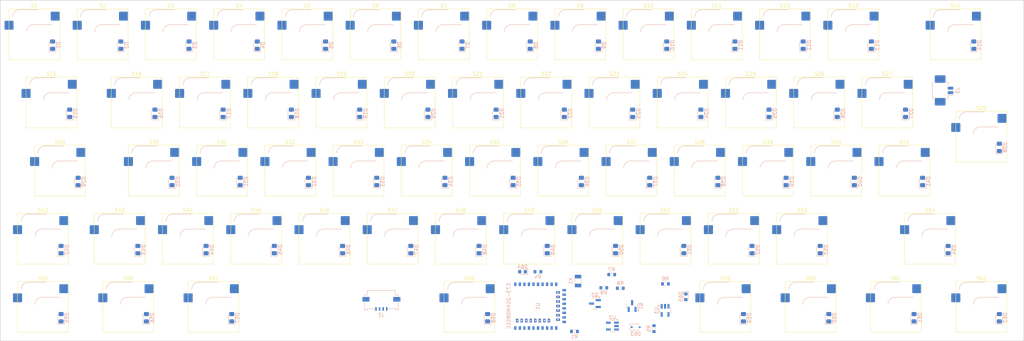
<source format=kicad_pcb>
(kicad_pcb (version 20240108) (generator "pcbnew") (generator_version "8.0")
  (layers (0 "F.Cu" signal) (31 "B.Cu" signal) (34 "B.Paste" user) (35 "F.Paste" user) (36 "B.SilkS" user "B.Silkscreen") (37 "F.SilkS" user "F.Silkscreen") (38 "B.Mask" user) (39 "F.Mask" user) (44 "Edge.Cuts" user))
  (net 0 "")
  (net 1 "VBUS")
  (net 2 "Net-(D1-A)")
  (net 3 "Net-(D2-A)")
  (net 4 "BLUE_LED")
  (net 5 "row_0")
  (net 6 "Net-(D4-A)")
  (net 7 "Net-(D5-A)")
  (net 8 "Net-(D3-A)")
  (net 9 "Net-(D6-A)")
  (net 10 "Net-(D7-A)")
  (net 11 "Net-(D8-A)")
  (net 12 "Net-(D9-A)")
  (net 13 "Net-(D10-A)")
  (net 14 "Net-(D11-A)")
  (net 15 "Net-(D12-A)")
  (net 16 "Net-(D13-A)")
  (net 17 "Net-(D14-A)")
  (net 18 "Net-(D15-A)")
  (net 19 "Net-(D16-A)")
  (net 20 "Net-(D17-A)")
  (net 21 "Net-(D18-A)")
  (net 22 "row_1")
  (net 23 "Net-(D19-A)")
  (net 24 "Net-(D20-A)")
  (net 25 "Net-(D21-A)")
  (net 26 "Net-(D22-A)")
  (net 27 "Net-(D23-A)")
  (net 28 "Net-(D24-A)")
  (net 29 "Net-(D25-A)")
  (net 30 "Net-(D26-A)")
  (net 31 "Net-(D27-A)")
  (net 32 "Net-(D28-A)")
  (net 33 "Net-(D29-A)")
  (net 34 "Net-(D30-A)")
  (net 35 "Net-(D31-A)")
  (net 36 "Net-(D32-A)")
  (net 37 "row_2")
  (net 38 "Net-(D33-A)")
  (net 39 "Net-(D34-A)")
  (net 40 "Net-(D35-A)")
  (net 41 "Net-(D36-A)")
  (net 42 "Net-(D37-A)")
  (net 43 "Net-(D38-A)")
  (net 44 "Net-(D39-A)")
  (net 45 "Net-(D40-A)")
  (net 46 "Net-(D41-A)")
  (net 47 "Net-(D42-A)")
  (net 48 "Net-(D43-A)")
  (net 49 "Net-(D44-A)")
  (net 50 "Net-(D45-A)")
  (net 51 "row_3")
  (net 52 "Net-(D46-A)")
  (net 53 "Net-(D47-A)")
  (net 54 "Net-(D48-A)")
  (net 55 "Net-(D49-A)")
  (net 56 "Net-(D50-A)")
  (net 57 "Net-(D51-A)")
  (net 58 "Net-(D52-A)")
  (net 59 "Net-(D53-A)")
  (net 60 "Net-(D54-A)")
  (net 61 "Net-(D55-A)")
  (net 62 "Net-(D56-A)")
  (net 63 "Net-(D57-A)")
  (net 64 "Net-(D58-A)")
  (net 65 "row_4")
  (net 66 "Net-(D59-A)")
  (net 67 "Net-(D60-A)")
  (net 68 "DATA-")
  (net 69 "GND")
  (net 70 "DATA+")
  (net 71 "SWD")
  (net 72 "nRF_VDD")
  (net 73 "SWC")
  (net 74 "VBAT")
  (net 75 "/P1.04")
  (net 76 "col_10")
  (net 77 "POWER_PIN")
  (net 78 "EXT_VCC")
  (net 79 "Net-(U3-PROG)")
  (net 80 "BATTERY_PIN")
  (net 81 "Net-(U3-STAT)")
  (net 82 "col_0")
  (net 83 "col_1")
  (net 84 "col_2")
  (net 85 "col_3")
  (net 86 "col_4")
  (net 87 "col_5")
  (net 88 "col_6")
  (net 89 "col_7")
  (net 90 "col_8")
  (net 91 "col_9")
  (net 92 "col_11")
  (net 93 "col_12")
  (net 94 "col_13")
  (net 95 "/P0.26")
  (net 96 "PROG")
  (net 97 "/P0.07")
  (net 98 "DCCH")
  (net 99 "/P0.01")
  (net 100 "/P1.00")
  (net 101 "/P0.22")
  (net 102 "/P1.02")
  (net 103 "/P0.00")
  (net 104 "RESET")
  (net 106 "Net-(D61-A)")
  (net 107 "Net-(D62-A)")
  (net 108 "Net-(D63-K)")
  (net 109 "Net-(D64-K)")
  (net 110 "Net-(D65-K)")
  (footprint "PCM_Switch_Keyboard_Hotswap_Kailh:SW_Hotswap_Kailh_MX_1.00u" (layer "F.Cu") (at 123.825 57.15)
    (property "Reference" "S19" (at 0 -8 0) (layer "F.SilkS"))
    (property "Value" "MX1A")
    (pad "" np_thru_hole circle (at -5.08 0) (size 1.75 1.75) (drill 1.75) (layers "*.Cu" "*.Mask"))
    (pad "" np_thru_hole circle (at -3.81 -2.54) (size 3.05 3.05) (drill 3.05) (layers "*.Cu" "*.Mask"))
    (pad "" np_thru_hole circle (at 0 0) (size 4 4) (drill 4) (layers "*.Cu" "*.Mask"))
    (pad "" np_thru_hole circle (at 2.54 -5.08) (size 3.05 3.05) (drill 3.05) (layers "*.Cu" "*.Mask"))
    (pad "" np_thru_hole circle (at 5.08 0) (size 1.75 1.75) (drill 1.75) (layers "*.Cu" "*.Mask"))
    (pad "1" smd roundrect (at -7.085 -2.54) (size 2.55 2.5) (layers "B.Cu" "B.Paste" "B.Mask") (roundrect_rratio 0.1) (net 23 "Net-(D19-A)"))
    (pad "2" smd roundrect (at 5.842 -5.08) (size 2.55 2.5) (layers "B.Cu" "B.Paste" "B.Mask") (roundrect_rratio 0.1) (net 86 "col_4"))
  )
  (footprint "PCM_Switch_Keyboard_Hotswap_Kailh:SW_Hotswap_Kailh_MX_1.00u" (layer "F.Cu") (at 114.3 38.1)
    (property "Reference" "S5" (at 0 -8 0) (layer "F.SilkS"))
    (property "Value" "MX1A")
    (pad "" np_thru_hole circle (at -5.08 0) (size 1.75 1.75) (drill 1.75) (layers "*.Cu" "*.Mask"))
    (pad "" np_thru_hole circle (at -3.81 -2.54) (size 3.05 3.05) (drill 3.05) (layers "*.Cu" "*.Mask"))
    (pad "" np_thru_hole circle (at 0 0) (size 4 4) (drill 4) (layers "*.Cu" "*.Mask"))
    (pad "" np_thru_hole circle (at 2.54 -5.08) (size 3.05 3.05) (drill 3.05) (layers "*.Cu" "*.Mask"))
    (pad "" np_thru_hole circle (at 5.08 0) (size 1.75 1.75) (drill 1.75) (layers "*.Cu" "*.Mask"))
    (pad "1" smd roundrect (at -7.085 -2.54) (size 2.55 2.5) (layers "B.Cu" "B.Paste" "B.Mask") (roundrect_rratio 0.1) (net 7 "Net-(D5-A)"))
    (pad "2" smd roundrect (at 5.842 -5.08) (size 2.55 2.5) (layers "B.Cu" "B.Paste" "B.Mask") (roundrect_rratio 0.1) (net 86 "col_4"))
  )
  (footprint "PCM_Switch_Keyboard_Hotswap_Kailh:SW_Hotswap_Kailh_MX_1.00u" (layer "F.Cu") (at 266.7 38.1)
    (property "Reference" "S13" (at 0 -8 0) (layer "F.SilkS"))
    (property "Value" "MX1A")
    (pad "" np_thru_hole circle (at -5.08 0) (size 1.75 1.75) (drill 1.75) (layers "*.Cu" "*.Mask"))
    (pad "" np_thru_hole circle (at -3.81 -2.54) (size 3.05 3.05) (drill 3.05) (layers "*.Cu" "*.Mask"))
    (pad "" np_thru_hole circle (at 0 0) (size 4 4) (drill 4) (layers "*.Cu" "*.Mask"))
    (pad "" np_thru_hole circle (at 2.54 -5.08) (size 3.05 3.05) (drill 3.05) (layers "*.Cu" "*.Mask"))
    (pad "" np_thru_hole circle (at 5.08 0) (size 1.75 1.75) (drill 1.75) (layers "*.Cu" "*.Mask"))
    (pad "1" smd roundrect (at -7.085 -2.54) (size 2.55 2.5) (layers "B.Cu" "B.Paste" "B.Mask") (roundrect_rratio 0.1) (net 16 "Net-(D13-A)"))
    (pad "2" smd roundrect (at 5.842 -5.08) (size 2.55 2.5) (layers "B.Cu" "B.Paste" "B.Mask") (roundrect_rratio 0.1) (net 93 "col_12"))
  )
  (footprint "PCM_Switch_Keyboard_Hotswap_Kailh:SW_Hotswap_Kailh_MX_1.00u" (layer "F.Cu") (at 90.4875 76.2)
    (property "Reference" "S31" (at 0 -8 0) (layer "F.SilkS"))
    (property "Value" "MX1A")
    (pad "" np_thru_hole circle (at -5.08 0) (size 1.75 1.75) (drill 1.75) (layers "*.Cu" "*.Mask"))
    (pad "" np_thru_hole circle (at -3.81 -2.54) (size 3.05 3.05) (drill 3.05) (layers "*.Cu" "*.Mask"))
    (pad "" np_thru_hole circle (at 0 0) (size 4 4) (drill 4) (layers "*.Cu" "*.Mask"))
    (pad "" np_thru_hole circle (at 2.54 -5.08) (size 3.05 3.05) (drill 3.05) (layers "*.Cu" "*.Mask"))
    (pad "" np_thru_hole circle (at 5.08 0) (size 1.75 1.75) (drill 1.75) (layers "*.Cu" "*.Mask"))
    (pad "1" smd roundrect (at -7.085 -2.54) (size 2.55 2.5) (layers "B.Cu" "B.Paste" "B.Mask") (roundrect_rratio 0.1) (net 35 "Net-(D31-A)"))
    (pad "2" smd roundrect (at 5.842 -5.08) (size 2.55 2.5) (layers "B.Cu" "B.Paste" "B.Mask") (roundrect_rratio 0.1) (net 84 "col_2"))
  )
  (footprint "PCM_Switch_Keyboard_Hotswap_Kailh:SW_Hotswap_Kailh_MX_1.00u" (layer "F.Cu") (at 185.7375 76.2)
    (property "Reference" "S36" (at 0 -8 0) (layer "F.SilkS"))
    (property "Value" "MX1A")
    (pad "" np_thru_hole circle (at -5.08 0) (size 1.75 1.75) (drill 1.75) (layers "*.Cu" "*.Mask"))
    (pad "" np_thru_hole circle (at -3.81 -2.54) (size 3.05 3.05) (drill 3.05) (layers "*.Cu" "*.Mask"))
    (pad "" np_thru_hole circle (at 0 0) (size 4 4) (drill 4) (layers "*.Cu" "*.Mask"))
    (pad "" np_thru_hole circle (at 2.54 -5.08) (size 3.05 3.05) (drill 3.05) (layers "*.Cu" "*.Mask"))
    (pad "" np_thru_hole circle (at 5.08 0) (size 1.75 1.75) (drill 1.75) (layers "*.Cu" "*.Mask"))
    (pad "1" smd roundrect (at -7.085 -2.54) (size 2.55 2.5) (layers "B.Cu" "B.Paste" "B.Mask") (roundrect_rratio 0.1) (net 41 "Net-(D36-A)"))
    (pad "2" smd roundrect (at 5.842 -5.08) (size 2.55 2.5) (layers "B.Cu" "B.Paste" "B.Mask") (roundrect_rratio 0.1) (net 89 "col_7"))
  )
  (footprint "PCM_Switch_Keyboard_Hotswap_Kailh:SW_Hotswap_Kailh_MX_1.00u" (layer "F.Cu") (at 233.3625 95.25)
    (property "Reference" "S52" (at 0 -8 0) (layer "F.SilkS"))
    (property "Value" "MX1A")
    (pad "" np_thru_hole circle (at -5.08 0) (size 1.75 1.75) (drill 1.75) (layers "*.Cu" "*.Mask"))
    (pad "" np_thru_hole circle (at -3.81 -2.54) (size 3.05 3.05) (drill 3.05) (layers "*.Cu" "*.Mask"))
    (pad "" np_thru_hole circle (at 0 0) (size 4 4) (drill 4) (layers "*.Cu" "*.Mask"))
    (pad "" np_thru_hole circle (at 2.54 -5.08) (size 3.05 3.05) (drill 3.05) (layers "*.Cu" "*.Mask"))
    (pad "" np_thru_hole circle (at 5.08 0) (size 1.75 1.75) (drill 1.75) (layers "*.Cu" "*.Mask"))
    (pad "1" smd roundrect (at -7.085 -2.54) (size 2.55 2.5) (layers "B.Cu" "B.Paste" "B.Mask") (roundrect_rratio 0.1) (net 58 "Net-(D52-A)"))
    (pad "2" smd roundrect (at 5.842 -5.08) (size 2.55 2.5) (layers "B.Cu" "B.Paste" "B.Mask") (roundrect_rratio 0.1) (net 76 "col_10"))
  )
  (footprint "PCM_Switch_Keyboard_Hotswap_Kailh:SW_Hotswap_Kailh_MX_1.25u" (layer "F.Cu") (at 64.29375 114.3)
    (property "Reference" "S56" (at 0 -8 0) (layer "F.SilkS"))
    (property "Value" "MX1A")
    (pad "" np_thru_hole circle (at -5.08 0) (size 1.75 1.75) (drill 1.75) (layers "*.Cu" "*.Mask"))
    (pad "" np_thru_hole circle (at -3.81 -2.54) (size 3.05 3.05) (drill 3.05) (layers "*.Cu" "*.Mask"))
    (pad "" np_thru_hole circle (at 0 0) (size 4 4) (drill 4) (layers "*.Cu" "*.Mask"))
    (pad "" np_thru_hole circle (at 2.54 -5.08) (size 3.05 3.05) (drill 3.05) (layers "*.Cu" "*.Mask"))
    (pad "" np_thru_hole circle (at 5.08 0) (size 1.75 1.75) (drill 1.75) (layers "*.Cu" "*.Mask"))
    (pad "1" smd roundrect (at -7.085 -2.54) (size 2.55 2.5) (layers "B.Cu" "B.Paste" "B.Mask") (roundrect_rratio 0.1) (net 62 "Net-(D56-A)"))
    (pad "2" smd roundrect (at 5.842 -5.08) (size 2.55 2.5) (layers "B.Cu" "B.Paste" "B.Mask") (roundrect_rratio 0.1) (net 83 "col_1"))
  )
  (footprint "PCM_Switch_Keyboard_Hotswap_Kailh:SW_Hotswap_Kailh_MX_1.50u" (layer "F.Cu") (at 42.8625 57.15)
    (property "Reference" "S15" (at 0 -8 0) (layer "F.SilkS"))
    (property "Value" "MX1A")
    (pad "" np_thru_hole circle (at -5.08 0) (size 1.75 1.75) (drill 1.75) (layers "*.Cu" "*.Mask"))
    (pad "" np_thru_hole circle (at -3.81 -2.54) (size 3.05 3.05) (drill 3.05) (layers "*.Cu" "*.Mask"))
    (pad "" np_thru_hole circle (at 0 0) (size 4 4) (drill 4) (layers "*.Cu" "*.Mask"))
    (pad "" np_thru_hole circle (at 2.54 -5.08) (size 3.05 3.05) (drill 3.05) (layers "*.Cu" "*.Mask"))
    (pad "" np_thru_hole circle (at 5.08 0) (size 1.75 1.75) (drill 1.75) (layers "*.Cu" "*.Mask"))
    (pad "1" smd roundrect (at -7.085 -2.54) (size 2.55 2.5) (layers "B.Cu" "B.Paste" "B.Mask") (roundrect_rratio 0.1) (net 18 "Net-(D15-A)"))
    (pad "2" smd roundrect (at 5.842 -5.08) (size 2.55 2.5) (layers "B.Cu" "B.Paste" "B.Mask") (roundrect_rratio 0.1) (net 82 "col_0"))
  )
  (footprint "PCM_Switch_Keyboard_Hotswap_Kailh:SW_Hotswap_Kailh_MX_1.00u" (layer "F.Cu") (at 38.1 38.1)
    (property "Reference" "S1" (at 0 -8 0) (layer "F.SilkS"))
    (property "Value" "MX1A")
    (pad "" np_thru_hole circle (at -5.08 0) (size 1.75 1.75) (drill 1.75) (layers "*.Cu" "*.Mask"))
    (pad "" np_thru_hole circle (at -3.81 -2.54) (size 3.05 3.05) (drill 3.05) (layers "*.Cu" "*.Mask"))
    (pad "" np_thru_hole circle (at 0 0) (size 4 4) (drill 4) (layers "*.Cu" "*.Mask"))
    (pad "" np_thru_hole circle (at 2.54 -5.08) (size 3.05 3.05) (drill 3.05) (layers "*.Cu" "*.Mask"))
    (pad "" np_thru_hole circle (at 5.08 0) (size 1.75 1.75) (drill 1.75) (layers "*.Cu" "*.Mask"))
    (pad "1" smd roundrect (at -7.085 -2.54) (size 2.55 2.5) (layers "B.Cu" "B.Paste" "B.Mask") (roundrect_rratio 0.1) (net 2 "Net-(D1-A)"))
    (pad "2" smd roundrect (at 5.842 -5.08) (size 2.55 2.5) (layers "B.Cu" "B.Paste" "B.Mask") (roundrect_rratio 0.1) (net 82 "col_0"))
  )
  (footprint "PCM_Switch_Keyboard_Hotswap_Kailh:SW_Hotswap_Kailh_MX_1.00u" (layer "F.Cu") (at 214.3125 95.25)
    (property "Reference" "S51" (at 0 -8 0) (layer "F.SilkS"))
    (property "Value" "MX1A")
    (pad "" np_thru_hole circle (at -5.08 0) (size 1.75 1.75) (drill 1.75) (layers "*.Cu" "*.Mask"))
    (pad "" np_thru_hole circle (at -3.81 -2.54) (size 3.05 3.05) (drill 3.05) (layers "*.Cu" "*.Mask"))
    (pad "" np_thru_hole circle (at 0 0) (size 4 4) (drill 4) (layers "*.Cu" "*.Mask"))
    (pad "" np_thru_hole circle (at 2.54 -5.08) (size 3.05 3.05) (drill 3.05) (layers "*.Cu" "*.Mask"))
    (pad "" np_thru_hole circle (at 5.08 0) (size 1.75 1.75) (drill 1.75) (layers "*.Cu" "*.Mask"))
    (pad "1" smd roundrect (at -7.085 -2.54) (size 2.55 2.5) (layers "B.Cu" "B.Paste" "B.Mask") (roundrect_rratio 0.1) (net 57 "Net-(D51-A)"))
    (pad "2" smd roundrect (at 5.842 -5.08) (size 2.55 2.5) (layers "B.Cu" "B.Paste" "B.Mask") (roundrect_rratio 0.1) (net 91 "col_9"))
  )
  (footprint "PCM_Switch_Keyboard_Hotswap_Kailh:SW_Hotswap_Kailh_MX_2.00u" (layer "F.Cu") (at 295.275 38.1)
    (property "Reference" "S14" (at 0 -8 0) (layer "F.SilkS"))
    (property "Value" "MX1A")
    (pad "" np_thru_hole circle (at -5.08 0) (size 1.75 1.75) (drill 1.75) (layers "*.Cu" "*.Mask"))
    (pad "" np_thru_hole circle (at -3.81 -2.54) (size 3.05 3.05) (drill 3.05) (layers "*.Cu" "*.Mask"))
    (pad "" np_thru_hole circle (at 0 0) (size 4 4) (drill 4) (layers "*.Cu" "*.Mask"))
    (pad "" np_thru_hole circle (at 2.54 -5.08) (size 3.05 3.05) (drill 3.05) (layers "*.Cu" "*.Mask"))
    (pad "" np_thru_hole circle (at 5.08 0) (size 1.75 1.75) (drill 1.75) (layers "*.Cu" "*.Mask"))
    (pad "1" smd roundrect (at -7.085 -2.54) (size 2.55 2.5) (layers "B.Cu" "B.Paste" "B.Mask") (roundrect_rratio 0.1) (net 17 "Net-(D14-A)"))
    (pad "2" smd roundrect (at 5.842 -5.08) (size 2.55 2.5) (layers "B.Cu" "B.Paste" "B.Mask") (roundrect_rratio 0.1) (net 94 "col_13"))
  )
  (footprint "PCM_Switch_Keyboard_Hotswap_Kailh:SW_Hotswap_Kailh_MX_1.25u" (layer "F.Cu") (at 254.79375 114.3)
    (property "Reference" "S60" (at 0 -8 0) (layer "F.SilkS"))
    (property "Value" "MX1A")
    (pad "" np_thru_hole circle (at -5.08 0) (size 1.75 1.75) (drill 1.75) (layers "*.Cu" "*.Mask"))
    (pad "" np_thru_hole circle (at -3.81 -2.54) (size 3.05 3.05) (drill 3.05) (layers "*.Cu" "*.Mask"))
    (pad "" np_thru_hole circle (at 0 0) (size 4 4) (drill 4) (layers "*.Cu" "*.Mask"))
    (pad "" np_thru_hole circle (at 2.54 -5.08) (size 3.05 3.05) (drill 3.05) (layers "*.Cu" "*.Mask"))
    (pad "" np_thru_hole circle (at 5.08 0) (size 1.75 1.75) (drill 1.75) (layers "*.Cu" "*.Mask"))
    (pad "1" smd roundrect (at -7.085 -2.54) (size 2.55 2.5) (layers "B.Cu" "B.Paste" "B.Mask") (roundrect_rratio 0.1) (net 67 "Net-(D60-A)"))
    (pad "2" smd roundrect (at 5.842 -5.08) (size 2.55 2.5) (layers "B.Cu" "B.Paste" "B.Mask") (roundrect_rratio 0.1) (net 76 "col_10"))
  )
  (footprint "PCM_Switch_Keyboard_Hotswap_Kailh:SW_Hotswap_Kailh_MX_1.00u" (layer "F.Cu") (at 223.8375 76.2)
    (property "Reference" "S38" (at 0 -8 0) (layer "F.SilkS"))
    (property "Value" "MX1A")
    (pad "" np_thru_hole circle (at -5.08 0) (size 1.75 1.75) (drill 1.75) (layers "*.Cu" "*.Mask"))
    (pad "" np_thru_hole circle (at -3.81 -2.54) (size 3.05 3.05) (drill 3.05) (layers "*.Cu" "*.Mask"))
    (pad "" np_thru_hole circle (at 0 0) (size 4 4) (drill 4) (layers "*.Cu" "*.Mask"))
    (pad "" np_thru_hole circle (at 2.54 -5.08) (size 3.05 3.05) (drill 3.05) (layers "*.Cu" "*.Mask"))
    (pad "" np_thru_hole circle (at 5.08 0) (size 1.75 1.75) (drill 1.75) (layers "*.Cu" "*.Mask"))
    (pad "1" smd roundrect (at -7.085 -2.54) (size 2.55 2.5) (layers "B.Cu" "B.Paste" "B.Mask") (roundrect_rratio 0.1) (net 43 "Net-(D38-A)"))
    (pad "2" smd roundrect (at 5.842 -5.08) (size 2.55 2.5) (layers "B.Cu" "B.Paste" "B.Mask") (roundrect_rratio 0.1) (net 91 "col_9"))
  )
  (footprint "PCM_Switch_Keyboard_Hotswap_Kailh:SW_Hotswap_Kailh_MX_1.25u" (layer "F.Cu") (at 40.48125 114.3)
    (property "Reference" "S55" (at 0 -8 0) (layer "F.SilkS"))
    (property "Value" "MX1A")
    (pad "" np_thru_hole circle (at -5.08 0) (size 1.75 1.75) (drill 1.75) (layers "*.Cu" "*.Mask"))
    (pad "" np_thru_hole circle (at -3.81 -2.54) (size 3.05 3.05) (drill 3.05) (layers "*.Cu" "*.Mask"))
    (pad "" np_thru_hole circle (at 0 0) (size 4 4) (drill 4) (layers "*.Cu" "*.Mask"))
    (pad "" np_thru_hole circle (at 2.54 -5.08) (size 3.05 3.05) (drill 3.05) (layers "*.Cu" "*.Mask"))
    (pad "" np_thru_hole circle (at 5.08 0) (size 1.75 1.75) (drill 1.75) (layers "*.Cu" "*.Mask"))
    (pad "1" smd roundrect (at -7.085 -2.54) (size 2.55 2.5) (layers "B.Cu" "B.Paste" "B.Mask") (roundrect_rratio 0.1) (net 61 "Net-(D55-A)"))
    (pad "2" smd roundrect (at 5.842 -5.08) (size 2.55 2.5) (layers "B.Cu" "B.Paste" "B.Mask") (roundrect_rratio 0.1) (net 82 "col_0"))
  )
  (footprint "PCM_Switch_Keyboard_Hotswap_Kailh:SW_Hotswap_Kailh_MX_1.25u" (layer "F.Cu") (at 40.48125 95.25)
    (property "Reference" "S42" (at 0 -8 0) (layer "F.SilkS"))
    (property "Value" "MX1A")
    (pad "" np_thru_hole circle (at -5.08 0) (size 1.75 1.75) (drill 1.75) (layers "*.Cu" "*.Mask"))
    (pad "" np_thru_hole circle (at -3.81 -2.54) (size 3.05 3.05) (drill 3.05) (layers "*.Cu" "*.Mask"))
    (pad "" np_thru_hole circle (at 0 0) (size 4 4) (drill 4) (layers "*.Cu" "*.Mask"))
    (pad "" np_thru_hole circle (at 2.54 -5.08) (size 3.05 3.05) (drill 3.05) (layers "*.Cu" "*.Mask"))
    (pad "" np_thru_hole circle (at 5.08 0) (size 1.75 1.75) (drill 1.75) (layers "*.Cu" "*.Mask"))
    (pad "1" smd roundrect (at -7.085 -2.54) (size 2.55 2.5) (layers "B.Cu" "B.Paste" "B.Mask") (roundrect_rratio 0.1) (net 47 "Net-(D42-A)"))
    (pad "2" smd roundrect (at 5.842 -5.08) (size 2.55 2.5) (layers "B.Cu" "B.Paste" "B.Mask") (roundrect_rratio 0.1) (net 82 "col_0"))
  )
  (footprint "PCM_Switch_Keyboard_Hotswap_Kailh:SW_Hotswap_Kailh_MX_1.00u" (layer "F.Cu") (at 138.1125 95.25)
    (property "Reference" "S47" (at 0 -8 0) (layer "F.SilkS"))
    (property "Value" "MX1A")
    (pad "" np_thru_hole circle (at -5.08 0) (size 1.75 1.75) (drill 1.75) (layers "*.Cu" "*.Mask"))
    (pad "" np_thru_hole circle (at -3.81 -2.54) (size 3.05 3.05) (drill 3.05) (layers "*.Cu" "*.Mask"))
    (pad "" np_thru_hole circle (at 0 0) (size 4 4) (drill 4) (layers "*.Cu" "*.Mask"))
    (pad "" np_thru_hole circle (at 2.54 -5.08) (size 3.05 3.05) (drill 3.05) (layers "*.Cu" "*.Mask"))
    (pad "" np_thru_hole circle (at 5.08 0) (size 1.75 1.75) (drill 1.75) (layers "*.Cu" "*.Mask"))
    (pad "1" smd roundrect (at -7.085 -2.54) (size 2.55 2.5) (layers "B.Cu" "B.Paste" "B.Mask") (roundrect_rratio 0.1) (net 53 "Net-(D47-A)"))
    (pad "2" smd roundrect (at 5.842 -5.08) (size 2.55 2.5) (layers "B.Cu" "B.Paste" "B.Mask") (roundrect_rratio 0.1) (net 87 "col_5"))
  )
  (footprint "PCM_Switch_Keyboard_Hotswap_Kailh:SW_Hotswap_Kailh_MX_1.00u" (layer "F.Cu") (at 171.45 38.1)
    (property "Reference" "S8" (at 0 -8 0) (layer "F.SilkS"))
    (property "Value" "MX1A")
    (pad "" np_thru_hole circle (at -5.08 0) (size 1.75 1.75) (drill 1.75) (layers "*.Cu" "*.Mask"))
    (pad "" np_thru_hole circle (at -3.81 -2.54) (size 3.05 3.05) (drill 3.05) (layers "*.Cu" "*.Mask"))
    (pad "" np_thru_hole circle (at 0 0) (size 4 4) (drill 4) (layers "*.Cu" "*.Mask"))
    (pad "" np_thru_hole circle (at 2.54 -5.08) (size 3.05 3.05) (drill 3.05) (layers "*.Cu" "*.Mask"))
    (pad "" np_thru_hole circle (at 5.08 0) (size 1.75 1.75) (drill 1.75) (layers "*.Cu" "*.Mask"))
    (pad "1" smd roundrect (at -7.085 -2.54) (size 2.55 2.5) (layers "B.Cu" "B.Paste" "B.Mask") (roundrect_rratio 0.1) (net 11 "Net-(D8-A)"))
    (pad "2" smd roundrect (at 5.842 -5.08) (size 2.55 2.5) (layers "B.Cu" "B.Paste" "B.Mask") (roundrect_rratio 0.1) (net 89 "col_7"))
  )
  (footprint "PCM_Switch_Keyboard_Hotswap_Kailh:SW_Hotswap_Kailh_MX_1.00u" (layer "F.Cu") (at 66.675 57.15)
    (property "Reference" "S16" (at 0 -8 0) (layer "F.SilkS"))
    (property "Value" "MX1A")
    (pad "" np_thru_hole circle (at -5.08 0) (size 1.75 1.75) (drill 1.75) (layers "*.Cu" "*.Mask"))
    (pad "" np_thru_hole circle (at -3.81 -2.54) (size 3.05 3.05) (drill 3.05) (layers "*.Cu" "*.Mask"))
    (pad "" np_thru_hole circle (at 0 0) (size 4 4) (drill 4) (layers "*.Cu" "*.Mask"))
    (pad "" np_thru_hole circle (at 2.54 -5.08) (size 3.05 3.05) (drill 3.05) (layers "*.Cu" "*.Mask"))
    (pad "" np_thru_hole circle (at 5.08 0) (size 1.75 1.75) (drill 1.75) (layers "*.Cu" "*.Mask"))
    (pad "1" smd roundrect (at -7.085 -2.54) (size 2.55 2.5) (layers "B.Cu" "B.Paste" "B.Mask") (roundrect_rratio 0.1) (net 19 "Net-(D16-A)"))
    (pad "2" smd roundrect (at 5.842 -5.08) (size 2.55 2.5) (layers "B.Cu" "B.Paste" "B.Mask") (roundrect_rratio 0.1) (net 83 "col_1"))
  )
  (footprint "PCM_Switch_Keyboard_Hotswap_Kailh:SW_Hotswap_Kailh_MX_1.00u" (layer "F.Cu") (at 119.0625 95.25)
    (property "Reference" "S46" (at 0 -8 0) (layer "F.SilkS"))
    (property "Value" "MX1A")
    (pad "" np_thru_hole circle (at -5.08 0) (size 1.75 1.75) (drill 1.75) (layers "*.Cu" "*.Mask"))
    (pad "" np_thru_hole circle (at -3.81 -2.54) (size 3.05 3.05) (drill 3.05) (layers "*.Cu" "*.Mask"))
    (pad "" np_thru_hole circle (at 0 0) (size 4 4) (drill 4) (layers "*.Cu" "*.Mask"))
    (pad "" np_thru_hole circle (at 2.54 -5.08) (size 3.05 3.05) (drill 3.05) (layers "*.Cu" "*.Mask"))
    (pad "" np_thru_hole circle (at 5.08 0) (size 1.75 1.75) (drill 1.75) (layers "*.Cu" "*.Mask"))
    (pad "1" smd roundrect (at -7.085 -2.54) (size 2.55 2.5) (layers "B.Cu" "B.Paste" "B.Mask") (roundrect_rratio 0.1) (net 52 "Net-(D46-A)"))
    (pad "2" smd roundrect (at 5.842 -5.08) (size 2.55 2.5) (layers "B.Cu" "B.Paste" "B.Mask") (roundrect_rratio 0.1) (net 86 "col_4"))
  )
  (footprint "PCM_Switch_Keyboard_Hotswap_Kailh:SW_Hotswap_Kailh_MX_1.00u" (layer "F.Cu") (at 57.15 38.1)
    (property "Reference" "S2" (at 0 -8 0) (layer "F.SilkS"))
    (property "Value" "MX1A")
    (pad "" np_thru_hole circle (at -5.08 0) (size 1.75 1.75) (drill 1.75) (layers "*.Cu" "*.Mask"))
    (pad "" np_thru_hole circle (at -3.81 -2.54) (size 3.05 3.05) (drill 3.05) (layers "*.Cu" "*.Mask"))
    (pad "" np_thru_hole circle (at 0 0) (size 4 4) (drill 4) (layers "*.Cu" "*.Mask"))
    (pad "" np_thru_hole circle (at 2.54 -5.08) (size 3.05 3.05) (drill 3.05) (layers "*.Cu" "*.Mask"))
    (pad "" np_thru_hole circle (at 5.08 0) (size 1.75 1.75) (drill 1.75) (layers "*.Cu" "*.Mask"))
    (pad "1" smd roundrect (at -7.085 -2.54) (size 2.55 2.5) (layers "B.Cu" "B.Paste" "B.Mask") (roundrect_rratio 0.1) (net 3 "Net-(D2-A)"))
    (pad "2" smd roundrect (at 5.842 -5.08) (size 2.55 2.5) (layers "B.Cu" "B.Paste" "B.Mask") (roundrect_rratio 0.1) (net 83 "col_1"))
  )
  (footprint "PCM_Switch_Keyboard_Hotswap_Kailh:SW_Hotswap_Kailh_MX_1.00u" (layer "F.Cu") (at 257.175 57.15)
    (property "Reference" "S26" (at 0 -8 0) (layer "F.SilkS"))
    (property "Value" "MX1A")
    (pad "" np_thru_hole circle (at -5.08 0) (size 1.75 1.75) (drill 1.75) (layers "*.Cu" "*.Mask"))
    (pad "" np_thru_hole circle (at -3.81 -2.54) (size 3.05 3.05) (drill 3.05) (layers "*.Cu" "*.Mask"))
    (pad "" np_thru_hole circle (at 0 0) (size 4 4) (drill 4) (layers "*.Cu" "*.Mask"))
    (pad "" np_thru_hole circle (at 2.54 -5.08) (size 3.05 3.05) (drill 3.05) (layers "*.Cu" "*.Mask"))
    (pad "" np_thru_hole circle (at 5.08 0) (size 1.75 1.75) (drill 1.75) (layers "*.Cu" "*.Mask"))
    (pad "1" smd roundrect (at -7.085 -2.54) (size 2.55 2.5) (layers "B.Cu" "B.Paste" "B.Mask") (roundrect_rratio 0.1) (net 30 "Net-(D26-A)"))
    (pad "2" smd roundrect (at 5.842 -5.08) (size 2.55 2.5) (layers "B.Cu" "B.Paste" "B.Mask") (roundrect_rratio 0.1) (net 92 "col_11"))
  )
  (footprint "PCM_Switch_Keyboard_Hotswap_Kailh:SW_Hotswap_Kailh_MX_1.00u" (layer "F.Cu") (at 157.1625 95.25)
    (property "Reference" "S48" (at 0 -8 0) (layer "F.SilkS"))
    (property "Value" "MX1A")
    (pad "" np_thru_hole circle (at -5.08 0) (size 1.75 1.75) (drill 1.75) (layers "*.Cu" "*.Mask"))
    (pad "" np_thru_hole circle (at -3.81 -2.54) (size 3.05 3.05) (drill 3.05) (layers "*.Cu" "*.Mask"))
    (pad "" np_thru_hole circle (at 0 0) (size 4 4) (drill 4) (layers "*.Cu" "*.Mask"))
    (pad "" np_thru_hole circle (at 2.54 -5.08) (size 3.05 3.05) (drill 3.05) (layers "*.Cu" "*.Mask"))
    (pad "" np_thru_hole circle (at 5.08 0) (size 1.75 1.75) (drill 1.75) (layers "*.Cu" "*.Mask"))
    (pad "1" smd roundrect (at -7.085 -2.54) (size 2.55 2.5) (layers "B.Cu" "B.Paste" "B.Mask") (roundrect_rratio 0.1) (net 54 "Net-(D48-A)"))
    (pad "2" smd roundrect (at 5.842 -5.08) (size 2.55 2.5) (layers "B.Cu" "B.Paste" "B.Mask") (roundrect_rratio 0.1) (net 88 "col_6"))
  )
  (footprint "PCM_Switch_Keyboard_Hotswap_Kailh:SW_Hotswap_Kailh_MX_1.00u" (layer "F.Cu") (at 228.6 38.1)
    (property "Reference" "S11" (at 0 -8 0) (layer "F.SilkS"))
    (property "Value" "MX1A")
    (pad "" np_thru_hole circle (at -5.08 0) (size 1.75 1.75) (drill 1.75) (layers "*.Cu" "*.Mask"))
    (pad "" np_thru_hole circle (at -3.81 -2.54) (size 3.05 3.05) (drill 3.05) (layers "*.Cu" "*.Mask"))
    (pad "" np_thru_hole circle (at 0 0) (size 4 4) (drill 4) (layers "*.Cu" "*.Mask"))
    (pad "" np_thru_hole circle (at 2.54 -5.08) (size 3.05 3.05) (drill 3.05) (layers "*.Cu" "*.Mask"))
    (pad "" np_thru_hole circle (at 5.08 0) (size 1.75 1.75) (drill 1.75) (layers "*.Cu" "*.Mask"))
    (pad "1" smd roundrect (at -7.085 -2.54) (size 2.55 2.5) (layers "B.Cu" "B.Paste" "B.Mask") (roundrect_rratio 0.1) (net 14 "Net-(D11-A)"))
    (pad "2" smd roundrect (at 5.842 -5.08) (size 2.55 2.5) (layers "B.Cu" "B.Paste" "B.Mask") (roundrect_rratio 0.1) (net 76 "col_10"))
  )
  (footprint "PCM_Switch_Keyboard_Hotswap_Kailh:SW_Hotswap_Kailh_MX_1.00u" (layer "F.Cu") (at 200.025 57.15)
    (property "Reference" "S23" (at 0 -8 0) (layer "F.SilkS"))
    (property "Value" "MX1A")
    (pad "" np_thru_hole circle (at -5.08 0) (size 1.75 1.75) (drill 1.75) (layers "*.Cu" "*.Mask"))
    (pad "" np_thru_hole circle (at -3.81 -2.54) (size 3.05 3.05) (drill 3.05) (layers "*.Cu" "*.Mask"))
    (pad "" np_thru_hole circle (at 0 0) (size 4 4) (drill 4) (layers "*.Cu" "*.Mask"))
    (pad "" np_thru_hole circle (at 2.54 -5.08) (size 3.05 3.05) (drill 3.05) (layers "*.Cu" "*.Mask"))
    (pad "" np_thru_hole circle (at 5.08 0) (size 1.75 1.75) (drill 1.75) (layers "*.Cu" "*.Mask"))
    (pad "1" smd roundrect (at -7.085 -2.54) (size 2.55 2.5) (layers "B.Cu" "B.Paste" "B.Mask") (roundrect_rratio 0.1) (net 27 "Net-(D23-A)"))
    (pad "2" smd roundrect (at 5.842 -5.08) (size 2.55 2.5) (layers "B.Cu" "B.Paste" "B.Mask") (roundrect_rratio 0.1) (net 90 "col_8"))
  )
  (footprint "PCM_Switch_Keyboard_Hotswap_Kailh:SW_Hotswap_Kailh_MX_1.25u" (layer "F.Cu") (at 88.10625 114.3)
    (property "Reference" "S57" (at 0 -8 0) (layer "F.SilkS"))
    (property "Value" "MX1A")
    (pad "" np_thru_hole circle (at -5.08 0) (size 1.75 1.75) (drill 1.75) (layers "*.Cu" "*.Mask"))
    (pad "" np_thru_hole circle (at -3.81 -2.54) (size 3.05 3.05) (drill 3.05) (layers "*.Cu" "*.Mask"))
    (pad "" np_thru_hole circle (at 0 0) (size 4 4) (drill 4) (layers "*.Cu" "*.Mask"))
    (pad "" np_thru_hole circle (at 2.54 -5.08) (size 3.05 3.05) (drill 3.05) (layers "*.Cu" "*.Mask"))
    (pad "" np_thru_hole circle (at 5.08 0) (size 1.75 1.75) (drill 1.75) (layers "*.Cu" "*.Mask"))
    (pad "1" smd roundrect (at -7.085 -2.54) (size 2.55 2.5) (layers "B.Cu" "B.Paste" "B.Mask") (roundrect_rratio 0.1) (net 63 "Net-(D57-A)"))
    (pad "2" smd roundrect (at 5.842 -5.08) (size 2.55 2.5) (layers "B.Cu" "B.Paste" "B.Mask") (roundrect_rratio 0.1) (net 84 "col_2"))
  )
  (footprint "PCM_Switch_Keyboard_Hotswap_Kailh:SW_Hotswap_Kailh_MX_1.00u" (layer "F.Cu") (at 190.5 38.1)
    (property "Reference" "S9" (at 0 -8 0) (layer "F.SilkS"))
    (property "Value" "MX1A")
    (pad "" np_thru_hole circle (at -5.08 0) (size 1.75 1.75) (drill 1.75) (layers "*.Cu" "*.Mask"))
    (pad "" np_thru_hole circle (at -3.81 -2.54) (size 3.05 3.05) (drill 3.05) (layers "*.Cu" "*.Mask"))
    (pad "" np_thru_hole circle (at 0 0) (size 4 4) (drill 4) (layers "*.Cu" "*.Mask"))
    (pad "" np_thru_hole circle (at 2.54 -5.08) (size 3.05 3.05) (drill 3.05) (layers "*.Cu" "*.Mask"))
    (pad "" np_thru_hole circle (at 5.08 0) (size 1.75 1.75) (drill 1.75) (layers "*.Cu" "*.Mask"))
    (pad "1" smd roundrect (at -7.085 -2.54) (size 2.55 2.5) (layers "B.Cu" "B.Paste" "B.Mask") (roundrect_rratio 0.1) (net 12 "Net-(D9-A)"))
    (pad "2" smd roundrect (at 5.842 -5.08) (size 2.55 2.5) (layers "B.Cu" "B.Paste" "B.Mask") (roundrect_rratio 0.1) (net 90 "col_8"))
  )
  (footprint "PCM_Switch_Keyboard_Hotswap_Kailh:SW_Hotswap_Kailh_MX_1.00u" (layer "F.Cu") (at 280.9875 76.2)
    (property "Reference" "S41" (at 0 -8 0) (layer "F.SilkS"))
    (property "Value" "MX1A")
    (pad "" np_thru_hole circle (at -5.08 0) (size 1.75 1.75) (drill 1.75) (layers "*.Cu" "*.Mask"))
    (pad "" np_thru_hole circle (at -3.81 -2.54) (size 3.05 3.05) (drill 3.05) (layers "*.Cu" "*.Mask"))
    (pad "" np_thru_hole circle (at 0 0) (size 4 4) (drill 4) (layers "*.Cu" "*.Mask"))
    (pad "" np_thru_hole circle (at 2.54 -5.08) (size 3.05 3.05) (drill 3.05) (layers "*.Cu" "*.Mask"))
    (pad "" np_thru_hole circle (at 5.08 0) (size 1.75 1.75) (drill 1.75) (layers "*.Cu" "*.Mask"))
    (pad "1" smd roundrect (at -7.085 -2.54) (size 2.55 2.5) (layers "B.Cu" "B.Paste" "B.Mask") (roundrect_rratio 0.1) (net 46 "Net-(D41-A)"))
    (pad "2" smd roundrect (at 5.842 -5.08) (size 2.55 2.5) (layers "B.Cu" "B.Paste" "B.Mask") (roundrect_rratio 0.1) (net 94 "col_13"))
  )
  (footprint "PCM_Switch_Keyboard_Hotswap_Kailh:SW_Hotswap_Kailh_MX_1.00u" (layer "F.Cu") (at 204.7875 76.2)
    (property "Reference" "S37" (at 0 -8 0) (layer "F.SilkS"))
    (property "Value" "MX1A")
    (pad "" np_thru_hole circle (at -5.08 0) (size 1.75 1.75) (drill 1.75) (layers "*.Cu" "*.Mask"))
    (pad "" np_thru_hole circle (at -3.81 -2.54) (size 3.05 3.05) (drill 3.05) (layers "*.Cu" "*.Mask"))
    (pad "" np_thru_hole circle (at 0 0) (size 4 4) (drill 4) (layers "*.Cu" "*.Mask"))
    (pad "" np_thru_hole circle (at 2.54 -5.08) (size 3.05 3.05) (drill 3.05) (layers "*.Cu" "*.Mask"))
    (pad "" np_thru_hole circle (at 5.08 0) (size 1.75 1.75) (drill 1.75) (layers "*.Cu" "*.Mask"))
    (pad "1" smd roundrect (at -7.085 -2.54) (size 2.55 2.5) (layers "B.Cu" "B.Paste" "B.Mask") (roundrect_rratio 0.1) (net 42 "Net-(D37-A)"))
    (pad "2" smd roundrect (at 5.842 -5.08) (size 2.55 2.5) (layers "B.Cu" "B.Paste" "B.Mask") (roundrect_rratio 0.1) (net 90 "col_8"))
  )
  (footprint "PCM_Switch_Keyboard_Hotswap_Kailh:SW_Hotswap_Kailh_MX_6.25u" (layer "F.Cu") (at 159.54375 114.3)
    (property "Reference" "S58" (at 0 -8 0) (layer "F.SilkS"))
    (property "Value" "MX1A")
    (pad "" np_thru_hole circle (at -5.08 0) (size 1.75 1.75) (drill 1.75) (layers "*.Cu" "*.Mask"))
    (pad "" np_thru_hole circle (at -3.81 -2.54) (size 3.05 3.05) (drill 3.05) (layers "*.Cu" "*.Mask"))
    (pad "" np_thru_hole circle (at 0 0) (size 4 4) (drill 4) (layers "*.Cu" "*.Mask"))
    (pad "" np_thru_hole circle (at 2.54 -5.08) (size 3.05 3.05) (drill 3.05) (layers "*.Cu" "*.Mask"))
    (pad "" np_thru_hole circle (at 5.08 0) (size 1.75 1.75) (drill 1.75) (layers "*.Cu" "*.Mask"))
    (pad "1" smd roundrect (at -7.085 -2.54) (size 2.55 2.5) (layers "B.Cu" "B.Paste" "B.Mask") (roundrect_rratio 0.1) (net 64 "Net-(D58-A)"))
    (pad "2" smd roundrect (at 5.842 -5.08) (size 2.55 2.5) (layers "B.Cu" "B.Paste" "B.Mask") (roundrect_rratio 0.1) (net 88 "col_6"))
  )
  (footprint "PCM_Switch_Keyboard_Hotswap_Kailh:SW_Hotswap_Kailh_MX_1.00u" (layer "F.Cu") (at 76.2 38.1)
    (property "Reference" "S3" (at 0 -8 0) (layer "F.SilkS"))
    (property "Value" "MX1A")
    (pad "" np_thru_hole circle (at -5.08 0) (size 1.75 1.75) (drill 1.75) (layers "*.Cu" "*.Mask"))
    (pad "" np_thru_hole circle (at -3.81 -2.54) (size 3.05 3.05) (drill 3.05) (layers "*.Cu" "*.Mask"))
    (pad "" np_thru_hole circle (at 0 0) (size 4 4) (drill 4) (layers "*.Cu" "*.Mask"))
    (pad "" np_thru_hole circle (at 2.54 -5.08) (size 3.05 3.05) (drill 3.05) (layers "*.Cu" "*.Mask"))
    (pad "" np_thru_hole circle (at 5.08 0) (size 1.75 1.75) (drill 1.75) (layers "*.Cu" "*.Mask"))
    (pad "1" smd roundrect (at -7.085 -2.54) (size 2.55 2.5) (layers "B.Cu" "B.Paste" "B.Mask") (roundrect_rratio 0.1) (net 8 "Net-(D3-A)"))
    (pad "2" smd roundrect (at 5.842 -5.08) (size 2.55 2.5) (layers "B.Cu" "B.Paste" "B.Mask") (roundrect_rratio 0.1) (net 84 "col_2"))
  )
  (footprint "PCM_Switch_Keyboard_Hotswap_Kailh:SW_Hotswap_Kailh_MX_1.00u" (layer "F.Cu") (at 252.4125 95.25)
    (property "Reference" "S53" (at 0 -8 0) (layer "F.SilkS"))
    (property "Value" "MX1A")
    (pad "" np_thru_hole circle (at -5.08 0) (size 1.75 1.75) (drill 1.75) (layers "*.Cu" "*.Mask"))
    (pad "" np_thru_hole circle (at -3.81 -2.54) (size 3.05 3.05) (drill 3.05) (layers "*.Cu" "*.Mask"))
    (pad "" np_thru_hole circle (at 0 0) (size 4 4) (drill 4) (layers "*.Cu" "*.Mask"))
    (pad "" np_thru_hole circle (at 2.54 -5.08) (size 3.05 3.05) (drill 3.05) (layers "*.Cu" "*.Mask"))
    (pad "" np_thru_hole circle (at 5.08 0) (size 1.75 1.75) (drill 1.75) (layers "*.Cu" "*.Mask"))
    (pad "1" smd roundrect (at -7.085 -2.54) (size 2.55 2.5) (layers "B.Cu" "B.Paste" "B.Mask") (roundrect_rratio 0.1) (net 59 "Net-(D53-A)"))
    (pad "2" smd roundrect (at 5.842 -5.08) (size 2.55 2.5) (layers "B.Cu" "B.Paste" "B.Mask") (roundrect_rratio 0.1) (net 92 "col_11"))
  )
  (footprint "PCM_Switch_Keyboard_Hotswap_Kailh:SW_Hotswap_Kailh_MX_1.00u" (layer "F.Cu") (at 133.35 38.1)
    (property "Reference" "S6" (at 0 -8 0) (layer "F.SilkS"))
    (property "Value" "MX1A")
    (pad "" np_thru_hole circle (at -5.08 0) (size 1.75 1.75) (drill 1.75) (layers "*.Cu" "*.Mask"))
    (pad "" np_thru_hole circle (at -3.81 -2.54) (size 3.05 3.05) (drill 3.05) (layers "*.Cu" "*.Mask"))
    (pad "" np_thru_hole circle (at 0 0) (size 4 4) (drill 4) (layers "*.Cu" "*.Mask"))
    (pad "" np_thru_hole circle (at 2.54 -5.08) (size 3.05 3.05) (drill 3.05) (layers "*.Cu" "*.Mask"))
    (pad "" np_thru_hole circle (at 5.08 0) (size 1.75 1.75) (drill 1.75) (layers "*.Cu" "*.Mask"))
    (pad "1" smd roundrect (at -7.085 -2.54) (size 2.55 2.5) (layers "B.Cu" "B.Paste" "B.Mask") (roundrect_rratio 0.1) (net 9 "Net-(D6-A)"))
    (pad "2" smd roundrect (at 5.842 -5.08) (size 2.55 2.5) (layers "B.Cu" "B.Paste" "B.Mask") (roundrect_rratio 0.1) (net 87 "col_5"))
  )
  (footprint "PCM_Switch_Keyboard_Hotswap_Kailh:SW_Hotswap_Kailh_MX_1.00u" (layer "F.Cu") (at 95.25 38.1)
    (property "Reference" "S4" (at 0 -8 0) (layer "F.SilkS"))
    (property "Value" "MX1A")
    (pad "" np_thru_hole circle (at -5.08 0) (size 1.75 1.75) (drill 1.75) (layers "*.Cu" "*.Mask"))
    (pad "" np_thru_hole circle (at -3.81 -2.54) (size 3.05 3.05) (drill 3.05) (layers "*.Cu" "*.Mask"))
    (pad "" np_thru_hole circle (at 0 0) (size 4 4) (drill 4) (layers "*.Cu" "*.Mask"))
    (pad "" np_thru_hole circle (at 2.54 -5.08) (size 3.05 3.05) (drill 3.05) (layers "*.Cu" "*.Mask"))
    (pad "" np_thru_hole circle (at 5.08 0) (size 1.75 1.75) (drill 1.75) (layers "*.Cu" "*.Mask"))
    (pad "1" smd roundrect (at -7.085 -2.54) (size 2.55 2.5) (layers "B.Cu" "B.Paste" "B.Mask") (roundrect_rratio 0.1) (net 6 "Net-(D4-A)"))
    (pad "2" smd roundrect (at 5.842 -5.08) (size 2.55 2.5) (layers "B.Cu" "B.Paste" "B.Mask") (roundrect_rratio 0.1) (net 85 "col_3"))
  )
  (footprint "PCM_Switch_Keyboard_Hotswap_Kailh:SW_Hotswap_Kailh_MX_1.00u" (layer "F.Cu") (at 219.075 57.15)
    (property "Reference" "S24" (at 0 -8 0) (layer "F.SilkS"))
    (property "Value" "MX1A")
    (pad "" np_thru_hole circle (at -5.08 0) (size 1.75 1.75) (drill 1.75) (layers "*.Cu" "*.Mask"))
    (pad "" np_thru_hole circle (at -3.81 -2.54) (size 3.05 3.05) (drill 3.05) (layers "*.Cu" "*.Mask"))
    (pad "" np_thru_hole circle (at 0 0) (size 4 4) (drill 4) (layers "*.Cu" "*.Mask"))
    (pad "" np_thru_hole circle (at 2.54 -5.08) (size 3.05 3.05) (drill 3.05) (layers "*.Cu" "*.Mask"))
    (pad "" np_thru_hole circle (at 5.08 0) (size 1.75 1.75) (drill 1.75) (layers "*.Cu" "*.Mask"))
    (pad "1" smd roundrect (at -7.085 -2.54) (size 2.55 2.5) (layers "B.Cu" "B.Paste" "B.Mask") (roundrect_rratio 0.1) (net 28 "Net-(D24-A)"))
    (pad "2" smd roundrect (at 5.842 -5.08) (size 2.55 2.5) (layers "B.Cu" "B.Paste" "B.Mask") (roundrect_rratio 0.1) (net 91 "col_9"))
  )
  (footprint "PCM_Switch_Keyboard_Hotswap_Kailh:SW_Hotswap_Kailh_MX_1.00u" (layer "F.Cu") (at 209.55 38.1)
    (property "Reference" "S10" (at 0 -8 0) (layer "F.SilkS"))
    (property "Value" "MX1A")
    (pad "" np_thru_hole circle (at -5.08 0) (size 1.75 1.75) (drill 1.75) (layers "*.Cu" "*.Mask"))
    (pad "" np_thru_hole circle (at -3.81 -2.54) (size 3.05 3.05) (drill 3.05) (layers "*.Cu" "*.Mask"))
    (pad "" np_thru_hole circle (at 0 0) (size 4 4) (drill 4) (layers "*.Cu" "*.Mask"))
    (pad "" np_thru_hole circle (at 2.54 -5.08) (size 3.05 3.05) (drill 3.05) (layers "*.Cu" "*.Mask"))
    (pad "" np_thru_hole circle (at 5.08 0) (size 1.75 1.75) (drill 1.75) (layers "*.Cu" "*.Mask"))
    (pad "1" smd roundrect (at -7.085 -2.54) (size 2.55 2.5) (layers "B.Cu" "B.Paste" "B.Mask") (roundrect_rratio 0.1) (net 13 "Net-(D10-A)"))
    (pad "2" smd roundrect (at 5.842 -5.08) (size 2.55 2.5) (layers "B.Cu" "B.Paste" "B.Mask") (roundrect_rratio 0.1) (net 91 "col_9"))
  )
  (footprint "PCM_Switch_Keyboard_Hotswap_Kailh:SW_Hotswap_Kailh_MX_1.00u" (layer "F.Cu") (at 276.225 57.15)
    (property "Reference" "S27" (at 0 -8 0) (layer "F.SilkS"))
    (property "Value" "MX1A")
    (pad "" np_thru_hole circle (at -5.08 0) (size 1.75 1.75) (drill 1.75) (layers "*.Cu" "*.Mask"))
    (pad "" np_thru_hole circle (at -3.81 -2.54) (size 3.05 3.05) (drill 3.05) (layers "*.Cu" "*.Mask"))
    (pad "" np_thru_hole circle (at 0 0) (size 4 4) (drill 4) (layers "*.Cu" "*.Mask"))
    (pad "" np_thru_hole circle (at 2.54 -5.08) (size 3.05 3.05) (drill 3.05) (layers "*.Cu" "*.Mask"))
    (pad "" np_thru_hole circle (at 5.08 0) (size 1.75 1.75) (drill 1.75) (layers "*.Cu" "*.Mask"))
    (pad "1" smd roundrect (at -7.085 -2.54) (size 2.55 2.5) (layers "B.Cu" "B.Paste" "B.Mask") (roundrect_rratio 0.1) (net 31 "Net-(D27-A)"))
    (pad "2" smd roundrect (at 5.842 -5.08) (size 2.55 2.5) (layers "B.Cu" "B.Paste" "B.Mask") (roundrect_rratio 0.1) (net 93 "col_12"))
  )
  (footprint "PCM_Switch_Keyboard_Hotswap_Kailh:SW_Hotswap_Kailh_MX_1.00u" (layer "F.Cu") (at 100.0125 95.25)
    (property "Reference" "S45" (at 0 -8 0) (layer "F.SilkS"))
    (property "Value" "MX1A")
    (pad "" np_thru_hole circle (at -5.08 0) (size 1.75 1.75) (drill 1.75) (layers "*.Cu" "*.Mask"))
    (pad "" np_thru_hole circle (at -3.81 -2.54) (size 3.05 3.05) (drill 3.05) (layers "*.Cu" "*.Mask"))
    (pad "" np_thru_hole circle (at 0 0) (size 4 4) (drill 4) (layers "*.Cu" "*.Mask"))
    (pad "" np_thru_hole circle (at 2.54 -5.08) (size 3.05 3.05) (drill 3.05) (layers "*.Cu" "*.Mask"))
    (pad "" np_thru_hole circle (at 5.08 0) (size 1.75 1.75) (drill 1.75) (layers "*.Cu" "*.Mask"))
    (pad "1" smd roundrect (at -7.085 -2.54) (size 2.55 2.5) (layers "B.Cu" "B.Paste" "B.Mask") (roundrect_rratio 0.1) (net 50 "Net-(D45-A)"))
    (pad "2" smd roundrect (at 5.842 -5.08) (size 2.55 2.5) (layers "B.Cu" "B.Paste" "B.Mask") (roundrect_rratio 0.1) (net 85 "col_3"))
  )
  (footprint "PCM_Switch_Keyboard_Hotswap_Kailh:SW_Hotswap_Kailh_MX_1.00u" (layer "F.Cu") (at 71.4375 76.2)
    (property "Reference" "S30" (at 0 -8 0) (layer "F.SilkS"))
    (property "Value" "MX1A")
    (pad "" np_thru_hole circle (at -5.08 0) (size 1.75 1.75) (drill 1.75) (layers "*.Cu" "*.Mask"))
    (pad "" np_thru_hole circle (at -3.81 -2.54) (size 3.05 3.05) (drill 3.05) (layers "*.Cu" "*.Mask"))
    (pad "" np_thru_hole circle (at 0 0) (size 4 4) (drill 4) (layers "*.Cu" "*.Mask"))
    (pad "" np_thru_hole circle (at 2.54 -5.08) (size 3.05 3.05) (drill 3.05) (layers "*.Cu" "*.Mask"))
    (pad "" np_thru_hole circle (at 5.08 0) (size 1.75 1.75) (drill 1.75) (layers "*.Cu" "*.Mask"))
    (pad "1" smd roundrect (at -7.085 -2.54) (size 2.55 2.5) (layers "B.Cu" "B.Paste" "B.Mask") (roundrect_rratio 0.1) (net 34 "Net-(D30-A)"))
    (pad "2" smd roundrect (at 5.842 -5.08) (size 2.55 2.5) (layers "B.Cu" "B.Paste" "B.Mask") (roundrect_rratio 0.1) (net 83 "col_1"))
  )
  (footprint "PCM_Switch_Keyboard_Hotswap_Kailh:SW_Hotswap_Kailh_MX_1.00u" (layer "F.Cu") (at 176.2125 95.25)
    (property "Reference" "S49" (at 0 -8 0) (layer "F.SilkS"))
    (property "Value" "MX1A")
    (pad "" np_thru_hole circle (at -5.08 0) (size 1.75 1.75) (drill 1.75) (layers "*.Cu" "*.Mask"))
    (pad "" np_thru_hole circle (at -3.81 -2.54) (size 3.05 3.05) (drill 3.05) (layers "*.Cu" "*.Mask"))
    (pad "" np_thru_hole circle (at 0 0) (size 4 4) (drill 4) (layers "*.Cu" "*.Mask"))
    (pad "" np_thru_hole circle (at 2.54 -5.08) (size 3.05 3.05) (drill 3.05) (layers "*.Cu" "*.Mask"))
    (pad "" np_thru_hole circle (at 5.08 0) (size 1.75 1.75) (drill 1.75) (layers "*.Cu" "*.Mask"))
    (pad "1" smd roundrect (at -7.085 -2.54) (size 2.55 2.5) (layers "B.Cu" "B.Paste" "B.Mask") (roundrect_rratio 0.1) (net 55 "Net-(D49-A)"))
    (pad "2" smd roundrect (at 5.842 -5.08) (size 2.55 2.5) (layers "B.Cu" "B.Paste" "B.Mask") (roundrect_rratio 0.1) (net 89 "col_7"))
  )
  (footprint "PCM_Switch_Keyboard_Hotswap_Kailh:SW_Hotswap_Kailh_MX_1.25u" (layer "F.Cu") (at 302.41875 114.3)
    (property "Reference" "S62" (at 0 -8 0) (layer "F.SilkS"))
    (property "Value" "MX1A")
    (pad "" np_thru_hole circle (at -5.08 0) (size 1.75 1.75) (drill 1.75) (layers "*.Cu" "*.Mask"))
    (pad "" np_thru_hole circle (at -3.81 -2.54) (size 3.05 3.05) (drill 3.05) (layers "*.Cu" "*.Mask"))
    (pad "" np_thru_hole circle (at 0 0) (size 4 4) (drill 4) (layers "*.Cu" "*.Mask"))
    (pad "" np_thru_hole circle (at 2.54 -5.08) (size 3.05 3.05) (drill 3.05) (layers "*.Cu" "*.Mask"))
    (pad "" np_thru_hole circle (at 5.08 0) (size 1.75 1.75) (drill 1.75) (layers "*.Cu" "*.Mask"))
    (pad "1" smd roundrect (at -7.085 -2.54) (size 2.55 2.5) (layers "B.Cu" "B.Paste" "B.Mask") (roundrect_rratio 0.1) (net 107 "Net-(D62-A)"))
    (pad "2" smd roundrect (at 5.842 -5.08) (size 2.55 2.5) (layers "B.Cu" "B.Paste" "B.Mask") (roundrect_rratio 0.1) (net 94 "col_13"))
  )
  (footprint "PCM_Switch_Keyboard_Hotswap_Kailh:SW_Hotswap_Kailh_MX_1.00u" (layer "F.Cu") (at 142.875 57.15)
    (property "Reference" "S20" (at 0 -8 0) (layer "F.SilkS"))
    (property "Value" "MX1A")
    (pad "" np_thru_hole circle (at -5.08 0) (size 1.75 1.75) (drill 1.75) (layers "*.Cu" "*.Mask"))
    (pad "" np_thru_hole circle (at -3.81 -2.54) (size 3.05 3.05) (drill 3.05) (layers "*.Cu" "*.Mask"))
    (pad "" np_thru_hole circle (at 0 0) (size 4 4) (drill 4) (layers "*.Cu" "*.Mask"))
    (pad "" np_thru_hole circle (at 2.54 -5.08) (size 3.05 3.05) (drill 3.05) (layers "*.Cu" "*.Mask"))
    (pad "" np_thru_hole circle (at 5.08 0) (size 1.75 1.75) (drill 1.75) (layers "*.Cu" "*.Mask"))
    (pad "1" smd roundrect (at -7.085 -2.54) (size 2.55 2.5) (layers "B.Cu" "B.Paste" "B.Mask") (roundrect_rratio 0.1) (net 24 "Net-(D20-A)"))
    (pad "2" smd roundrect (at 5.842 -5.08) (size 2.55 2.5) (layers "B.Cu" "B.Paste" "B.Mask") (roundrect_rratio 0.1) (net 87 "col_5"))
  )
  (footprint "PCM_Switch_Keyboard_Hotswap_Kailh:SW_Hotswap_Kailh_MX_1.00u" (layer "F.Cu") (at 238.125 57.15)
    (property "Reference" "S25" (at 0 -8 0) (layer "F.SilkS"))
    (property "Value" "MX1A")
    (pad "" np_thru_hole circle (at -5.08 0) (size 1.75 1.75) (drill 1.75) (layers "*.Cu" "*.Mask"))
    (pad "" np_thru_hole circle (at -3.81 -2.54) (size 3.05 3.05) (drill 3.05) (layers "*.Cu" "*.Mask"))
    (pad "" np_thru_hole circle (at 0 0) (size 4 4) (drill 4) (layers "*.Cu" "*.Mask"))
    (pad "" np_thru_hole circle (at 2.54 -5.08) (size 3.05 3.05) (drill 3.05) (layers "*.Cu" "*.Mask"))
    (pad "" np_thru_hole circle (at 5.08 0) (size 1.75 1.75) (drill 1.75) (layers "*.Cu" "*.Mask"))
    (pad "1" smd roundrect (at -7.085 -2.54) (size 2.55 2.5) (layers "B.Cu" "B.Paste" "B.Mask") (roundrect_rratio 0.1) (net 29 "Net-(D25-A)"))
    (pad "2" smd roundrect (at 5.842 -5.08) (size 2.55 2.5) (layers "B.Cu" "B.Paste" "B.Mask") (roundrect_rratio 0.1) (net 76 "col_10"))
  )
  (footprint "PCM_Switch_Keyboard_Hotswap_Kailh:SW_Hotswap_Kailh_MX_1.00u" (layer "F.Cu") (at 166.6875 76.2)
    (property "Reference" "S35" (at 0 -8 0) (layer "F.SilkS"))
    (property "Value" "MX1A")
    (pad "" np_thru_hole circle (at -5.08 0) (size 1.75 1.75) (drill 1.75) (layers "*.Cu" "*.Mask"))
    (pad "" np_thru_hole circle (at -3.81 -2.54) (size 3.05 3.05) (drill 3.05) (layers "*.Cu" "*.Mask"))
    (pad "" np_thru_hole circle (at 0 0) (size 4 4) (drill 4) (layers "*.Cu" "*.Mask"))
    (pad "" np_thru_hole circle (at 2.54 -5.08) (size 3.05 3.05) (drill 3.05) (layers "*.Cu" "*.Mask"))
    (pad "" np_thru_hole circle (at 5.08 0) (size 1.75 1.75) (drill 1.75) (layers "*.Cu" "*.Mask"))
    (pad "1" smd roundrect (at -7.085 -2.54) (size 2.55 2.5) (layers "B.Cu" "B.Paste" "B.Mask") (roundrect_rratio 0.1) (net 40 "Net-(D35-A)"))
    (pad "2" smd roundrect (at 5.842 -5.08) (size 2.55 2.5) (layers "B.Cu" "B.Paste" "B.Mask") (roundrect_rratio 0.1) (net 88 "col_6"))
  )
  (footprint "PCM_Switch_Keyboard_Hotswap_Kailh:SW_Hotswap_Kailh_MX_1.00u" (layer "F.Cu") (at 147.6375 76.2)
    (property "Reference" "S34" (at 0 -8 0) (layer "F.SilkS"))
    (property "Value" "MX1A")
    (pad "" np_thru_hole circle (at -5.08 0) (size 1.75 1.75) (drill 1.75) (layers "*.Cu" "*.Mask"))
    (pad "" np_thru_hole circle (at -3.81 -2.54) (size 3.05 3.05) (drill 3.05) (layers "*.Cu" "*.Mask"))
    (pad "" np_thru_hole circle (at 0 0) (size 4 4) (drill 4) (layers "*.Cu" "*.Mask"))
    (pad "" np_thru_hole circle (at 2.54 -5.08) (size 3.05 3.05) (drill 3.05) (layers "*.Cu" "*.Mask"))
    (pad "" np_thru_hole circle (at 5.08 0) (size 1.75 1.75) (drill 1.75) (layers "*.Cu" "*.Mask"))
    (pad "1" smd roundrect (at -7.085 -2.54) (size 2.55 2.5) (layers "B.Cu" "B.Paste" "B.Mask") (roundrect_rratio 0.1) (net 39 "Net-(D34-A)"))
    (pad "2" smd roundrect (at 5.842 -5.08) (size 2.55 2.5) (layers "B.Cu" "B.Paste" "B.Mask") (roundrect_rratio 0.1) (net 87 "col_5"))
  )
  (footprint "PCM_Switch_Keyboard_Hotswap_Kailh:SW_Hotswap_Kailh_MX_1.00u" (layer "F.Cu") (at 180.975 57.15)
    (property "Reference" "S22" (at 0 -8 0) (layer "F.SilkS"))
    (property "Value" "MX1A")
    (pad "" np_thru_hole circle (at -5.08 0) (size 1.75 1.75) (drill 1.75) (layers "*.Cu" "*.Mask"))
    (pad "" np_thru_hole circle (at -3.81 -2.54) (size 3.05 3.05) (drill 3.05) (layers "*.Cu" "*.Mask"))
    (pad "" np_thru_hole circle (at 0 0) (size 4 4) (drill 4) (layers "*.Cu" "*.Mask"))
    (pad "" np_thru_hole circle (at 2.54 -5.08) (size 3.05 3.05) (drill 3.05) (layers "*.Cu" "*.Mask"))
    (pad "" np_thru_hole circle (at 5.08 0) (size 1.75 1.75) (drill 1.75) (layers "*.Cu" "*.Mask"))
    (pad "1" smd roundrect (at -7.085 -2.54) (size 2.55 2.5) (layers "B.Cu" "B.Paste" "B.Mask") (roundrect_rratio 0.1) (net 26 "Net-(D22-A)"))
    (pad "2" smd roundrect (at 5.842 -5.08) (size 2.55 2.5) (layers "B.Cu" "B.Paste" "B.Mask") (roundrect_rratio 0.1) (net 89 "col_7"))
  )
  (footprint "PCM_Switch_Keyboard_Hotswap_Kailh:SW_Hotswap_Kailh_MX_1.00u" (layer "F.Cu") (at 152.4 38.1)
    (property "Reference" "S7" (at 0 -8 0) (layer "F.SilkS"))
    (property "Value" "MX1A")
    (pad "" np_thru_hole circle (at -5.08 0) (size 1.75 1.75) (drill 1.75) (layers "*.Cu" "*.Mask"))
    (pad "" np_thru_hole circle (at -3.81 -2.54) (size 3.05 3.05) (drill 3.05) (layers "*.Cu" "*.Mask"))
    (pad "" np_thru_hole circle (at 0 0) (size 4 4) (drill 4) (layers "*.Cu" "*.Mask"))
    (pad "" np_thru_hole circle (at 2.54 -5.08) (size 3.05 3.05) (drill 3.05) (layers "*.Cu" "*.Mask"))
    (pad "" np_thru_hole circle (at 5.08 0) (size 1.75 1.75) (drill 1.75) (layers "*.Cu" "*.Mask"))
    (pad "1" smd roundrect (at -7.085 -2.54) (size 2.55 2.5) (layers "B.Cu" "B.Paste" "B.Mask") (roundrect_rratio 0.1) (net 10 "Net-(D7-A)"))
    (pad "2" smd roundrect (at 5.842 -5.08) (size 2.55 2.5) (layers "B.Cu" "B.Paste" "B.Mask") (roundrect_rratio 0.1) (net 88 "col_6"))
  )
  (footprint "PCM_Switch_Keyboard_Hotswap_Kailh:SW_Hotswap_Kailh_MX_1.00u" (layer "F.Cu") (at 85.725 57.15)
    (property "Reference" "S17" (at 0 -8 0) (layer "F.SilkS"))
    (property "Value" "MX1A")
    (pad "" np_thru_hole circle (at -5.08 0) (size 1.75 1.75) (drill 1.75) (layers "*.Cu" "*.Mask"))
    (pad "" np_thru_hole circle (at -3.81 -2.54) (size 3.05 3.05) (drill 3.05) (layers "*.Cu" "*.Mask"))
    (pad "" np_thru_hole circle (at 0 0) (size 4 4) (drill 4) (layers "*.Cu" "*.Mask"))
    (pad "" np_thru_hole circle (at 2.54 -5.08) (size 3.05 3.05) (drill 3.05) (layers "*.Cu" "*.Mask"))
    (pad "" np_thru_hole circle (at 5.08 0) (size 1.75 1.75) (drill 1.75) (layers "*.Cu" "*.Mask"))
    (pad "1" smd roundrect (at -7.085 -2.54) (size 2.55 2.5) (layers "B.Cu" "B.Paste" "B.Mask") (roundrect_rratio 0.1) (net 20 "Net-(D17-A)"))
    (pad "2" smd roundrect (at 5.842 -5.08) (size 2.55 2.5) (layers "B.Cu" "B.Paste" "B.Mask") (roundrect_rratio 0.1) (net 84 "col_2"))
  )
  (footprint "PCM_Switch_Keyboard_Hotswap_Kailh:SW_Hotswap_Kailh_MX_1.00u" (layer "F.Cu") (at 109.5375 76.2)
    (property "Reference" "S32" (at 0 -8 0) (layer "F.SilkS"))
    (property "Value" "MX1A")
    (pad "" np_thru_hole circle (at -5.08 0) (size 1.75 1.75) (drill 1.75) (layers "*.Cu" "*.Mask"))
    (pad "" np_thru_hole circle (at -3.81 -2.54) (size 3.05 3.05) (drill 3.05) (layers "*.Cu" "*.Mask"))
    (pad "" np_thru_hole circle (at 0 0) (size 4 4) (drill 4) (layers "*.Cu" "*.Mask"))
    (pad "" np_thru_hole circle (at 2.54 -5.08) (size 3.05 3.05) (drill 3.05) (layers "*.Cu" "*.Mask"))
    (pad "" np_thru_hole circle (at 5.08 0) (size 1.75 1.75) (drill 1.75) (layers "*.Cu" "*.Mask"))
    (pad "1" smd roundrect (at -7.085 -2.54) (size 2.55 2.5) (layers "B.Cu" "B.Paste" "B.Mask") (roundrect_rratio 0.1) (net 36 "Net-(D32-A)"))
    (pad "2" smd roundrect (at 5.842 -5.08) (size 2.55 2.5) (layers "B.Cu" "B.Paste" "B.Mask") (roundrect_rratio 0.1) (net 85 "col_3"))
  )
  (footprint "PCM_Switch_Keyboard_Hotswap_Kailh:SW_Hotswap_Kailh_MX_1.75u" (layer "F.Cu") (at 45.24375 76.2)
    (property "Reference" "S29" (at 0 -8 0) (layer "F.SilkS"))
    (property "Value" "MX1A")
    (pad "" np_thru_hole circle (at -5.08 0) (size 1.75 1.75) (drill 1.75) (layers "*.Cu" "*.Mask"))
    (pad "" np_thru_hole circle (at -3.81 -2.54) (size 3.05 3.05) (drill 3.05) (layers "*.Cu" "*.Mask"))
    (pad "" np_thru_hole circle (at 0 0) (size 4 4) (drill 4) (layers "*.Cu" "*.Mask"))
    (pad "" np_thru_hole circle (at 2.54 -5.08) (size 3.05 3.05) (drill 3.05) (layers "*.Cu" "*.Mask"))
    (pad "" np_thru_hole circle (at 5.08 0) (size 1.75 1.75) (drill 1.75) (layers "*.Cu" "*.Mask"))
    (pad "1" smd roundrect (at -7.085 -2.54) (size 2.55 2.5) (layers "B.Cu" "B.Paste" "B.Mask") (roundrect_rratio 0.1) (net 33 "Net-(D29-A)"))
    (pad "2" smd roundrect (at 5.842 -5.08) (size 2.55 2.5) (layers "B.Cu" "B.Paste" "B.Mask") (roundrect_rratio 0.1) (net 82 "col_0"))
  )
  (footprint "PCM_Switch_Keyboard_Hotswap_Kailh:SW_Hotswap_Kailh_MX_ISOEnter" (layer "F.Cu") (at 302.41875 66.675)
    (property "Reference" "S28" (at 0 -8 0) (layer "F.SilkS"))
    (property "Value" "MX1A")
    (pad "" np_thru_hole circle (at -5.08 0) (size 1.75 1.75) (drill 1.75) (layers "*.Cu" "*.Mask"))
    (pad "" np_thru_hole circle (at -3.81 -2.54) (size 3.05 3.05) (drill 3.05) (layers "*.Cu" "*.Mask"))
    (pad "" np_thru_hole circle (at 0 0) (size 4 4) (drill 4) (layers "*.Cu" "*.Mask"))
    (pad "" np_thru_hole circle (at 2.54 -5.08) (size 3.05 3.05) (drill 3.05) (layers "*.Cu" "*.Mask"))
    (pad "" np_thru_hole circle (at 5.08 0) (size 1.75 1.75) (drill 1.75) (layers "*.Cu" "*.Mask"))
    (pad "1" smd roundrect (at -7.085 -2.54) (size 2.55 2.5) (layers "B.Cu" "B.Paste" "B.Mask") (roundrect_rratio 0.1) (net 32 "Net-(D28-A)"))
    (pad "2" smd roundrect (at 5.842 -5.08) (size 2.55 2.5) (layers "B.Cu" "B.Paste" "B.Mask") (roundrect_rratio 0.1) (net 94 "col_13"))
  )
  (footprint "PCM_Switch_Keyboard_Hotswap_Kailh:SW_Hotswap_Kailh_MX_1.00u" (layer "F.Cu") (at 247.65 38.1)
    (property "Reference" "S12" (at 0 -8 0) (layer "F.SilkS"))
    (property "Value" "MX1A")
    (pad "" np_thru_hole circle (at -5.08 0) (size 1.75 1.75) (drill 1.75) (layers "*.Cu" "*.Mask"))
    (pad "" np_thru_hole circle (at -3.81 -2.54) (size 3.05 3.05) (drill 3.05) (layers "*.Cu" "*.Mask"))
    (pad "" np_thru_hole circle (at 0 0) (size 4 4) (drill 4) (layers "*.Cu" "*.Mask"))
    (pad "" np_thru_hole circle (at 2.54 -5.08) (size 3.05 3.05) (drill 3.05) (layers "*.Cu" "*.Mask"))
    (pad "" np_thru_hole circle (at 5.08 0) (size 1.75 1.75) (drill 1.75) (layers "*.Cu" "*.Mask"))
    (pad "1" smd roundrect (at -7.085 -2.54) (size 2.55 2.5) (layers "B.Cu" "B.Paste" "B.Mask") (roundrect_rratio 0.1) (net 15 "Net-(D12-A)"))
    (pad "2" smd roundrect (at 5.842 -5.08) (size 2.55 2.5) (layers "B.Cu" "B.Paste" "B.Mask") (roundrect_rratio 0.1) (net 92 "col_11"))
  )
  (footprint "PCM_Switch_Keyboard_Hotswap_Kailh:SW_Hotswap_Kailh_MX_1.00u" (layer "F.Cu") (at 104.775 57.15)
    (property "Reference" "S18" (at 0 -8 0) (layer "F.SilkS"))
    (property "Value" "MX1A")
    (pad "" np_thru_hole circle (at -5.08 0) (size 1.75 1.75) (drill 1.75) (layers "*.Cu" "*.Mask"))
    (pad "" np_thru_hole circle (at -3.81 -2.54) (size 3.05 3.05) (drill 3.05) (layers "*.Cu" "*.Mask"))
    (pad "" np_thru_hole circle (at 0 0) (size 4 4) (drill 4) (layers "*.Cu" "*.Mask"))
    (pad "" np_thru_hole circle (at 2.54 -5.08) (size 3.05 3.05) (drill 3.05) (layers "*.Cu" "*.Mask"))
    (pad "" np_thru_hole circle (at 5.08 0) (size 1.75 1.75) (drill 1.75) (layers "*.Cu" "*.Mask"))
    (pad "1" smd roundrect (at -7.085 -2.54) (size 2.55 2.5) (layers "B.Cu" "B.Paste" "B.Mask") (roundrect_rratio 0.1) (net 21 "Net-(D18-A)"))
    (pad "2" smd roundrect (at 5.842 -5.08) (size 2.55 2.5) (layers "B.Cu" "B.Paste" "B.Mask") (roundrect_rratio 0.1) (net 85 "col_3"))
  )
  (footprint "PCM_Switch_Keyboard_Hotswap_Kailh:SW_Hotswap_Kailh_MX_2.75u" (layer "F.Cu") (at 288.13125 95.25)
    (property "Reference" "S54" (at 0 -8 0) (layer "F.SilkS"))
    (property "Value" "MX1A")
    (pad "" np_thru_hole circle (at -5.08 0) (size 1.75 1.75) (drill 1.75) (layers "*.Cu" "*.Mask"))
    (pad "" np_thru_hole circle (at -3.81 -2.54) (size 3.05 3.05) (drill 3.05) (layers "*.Cu" "*.Mask"))
    (pad "" np_thru_hole circle (at 0 0) (size 4 4) (drill 4) (layers "*.Cu" "*.Mask"))
    (pad "" np_thru_hole circle (at 2.54 -5.08) (size 3.05 3.05) (drill 3.05) (layers "*.Cu" "*.Mask"))
    (pad "" np_thru_hole circle (at 5.08 0) (size 1.75 1.75) (drill 1.75) (layers "*.Cu" "*.Mask"))
    (pad "1" smd roundrect (at -7.085 -2.54) (size 2.55 2.5) (layers "B.Cu" "B.Paste" "B.Mask") (roundrect_rratio 0.1) (net 60 "Net-(D54-A)"))
    (pad "2" smd roundrect (at 5.842 -5.08) (size 2.55 2.5) (layers "B.Cu" "B.Paste" "B.Mask") (roundrect_rratio 0.1) (net 94 "col_13"))
  )
  (footprint "PCM_Switch_Keyboard_Hotswap_Kailh:SW_Hotswap_Kailh_MX_1.00u" (layer "F.Cu") (at 61.9125 95.25)
    (property "Reference" "S43" (at 0 -8 0) (layer "F.SilkS"))
    (property "Value" "MX1A")
    (pad "" np_thru_hole circle (at -5.08 0) (size 1.75 1.75) (drill 1.75) (layers "*.Cu" "*.Mask"))
    (pad "" np_thru_hole circle (at -3.81 -2.54) (size 3.05 3.05) (drill 3.05) (layers "*.Cu" "*.Mask"))
    (pad "" np_thru_hole circle (at 0 0) (size 4 4) (drill 4) (layers "*.Cu" "*.Mask"))
    (pad "" np_thru_hole circle (at 2.54 -5.08) (size 3.05 3.05) (drill 3.05) (layers "*.Cu" "*.Mask"))
    (pad "" np_thru_hole circle (at 5.08 0) (size 1.75 1.75) (drill 1.75) (layers "*.Cu" "*.Mask"))
    (pad "1" smd roundrect (at -7.085 -2.54) (size 2.55 2.5) (layers "B.Cu" "B.Paste" "B.Mask") (roundrect_rratio 0.1) (net 48 "Net-(D43-A)"))
    (pad "2" smd roundrect (at 5.842 -5.08) (size 2.55 2.5) (layers "B.Cu" "B.Paste" "B.Mask") (roundrect_rratio 0.1) (net 83 "col_1"))
  )
  (footprint "PCM_Switch_Keyboard_Hotswap_Kailh:SW_Hotswap_Kailh_MX_1.00u" (layer "F.Cu") (at 128.5875 76.2)
    (property "Reference" "S33" (at 0 -8 0) (layer "F.SilkS"))
    (property "Value" "MX1A")
    (pad "" np_thru_hole circle (at -5.08 0) (size 1.75 1.75) (drill 1.75) (layers "*.Cu" "*.Mask"))
    (pad "" np_thru_hole circle (at -3.81 -2.54) (size 3.05 3.05) (drill 3.05) (layers "*.Cu" "*.Mask"))
    (pad "" np_thru_hole circle (at 0 0) (size 4 4) (drill 4) (layers "*.Cu" "*.Mask"))
    (pad "" np_thru_hole circle (at 2.54 -5.08) (size 3.05 3.05) (drill 3.05) (layers "*.Cu" "*.Mask"))
    (pad "" np_thru_hole circle (at 5.08 0) (size 1.75 1.75) (drill 1.75) (layers "*.Cu" "*.Mask"))
    (pad "1" smd roundrect (at -7.085 -2.54) (size 2.55 2.5) (layers "B.Cu" "B.Paste" "B.Mask") (roundrect_rratio 0.1) (net 38 "Net-(D33-A)"))
    (pad "2" smd roundrect (at 5.842 -5.08) (size 2.55 2.5) (layers "B.Cu" "B.Paste" "B.Mask") (roundrect_rratio 0.1) (net 86 "col_4"))
  )
  (footprint "PCM_Switch_Keyboard_Hotswap_Kailh:SW_Hotswap_Kailh_MX_1.00u" (layer "F.Cu") (at 80.9625 95.25)
    (property "Reference" "S44" (at 0 -8 0) (layer "F.SilkS"))
    (property "Value" "MX1A")
    (pad "" np_thru_hole circle (at -5.08 0) (size 1.75 1.75) (drill 1.75) (layers "*.Cu" "*.Mask"))
    (pad "" np_thru_hole circle (at -3.81 -2.54) (size 3.05 3.05) (drill 3.05) (layers "*.Cu" "*.Mask"))
    (pad "" np_thru_hole circle (at 0 0) (size 4 4) (drill 4) (layers "*.Cu" "*.Mask"))
    (pad "" np_thru_hole circle (at 2.54 -5.08) (size 3.05 3.05) (drill 3.05) (layers "*.Cu" "*.Mask"))
    (pad "" np_thru_hole circle (at 5.08 0) (size 1.75 1.75) (drill 1.75) (layers "*.Cu" "*.Mask"))
    (pad "1" smd roundrect (at -7.085 -2.54) (size 2.55 2.5) (layers "B.Cu" "B.Paste" "B.Mask") (roundrect_rratio 0.1) (net 49 "Net-(D44-A)"))
    (pad "2" smd roundrect (at 5.842 -5.08) (size 2.55 2.5) (layers "B.Cu" "B.Paste" "B.Mask") (roundrect_rratio 0.1) (net 84 "col_2"))
  )
  (footprint "PCM_Switch_Keyboard_Hotswap_Kailh:SW_Hotswap_Kailh_MX_1.00u" (layer "F.Cu") (at 195.2625 95.25)
    (property "Reference" "S50" (at 0 -8 0) (layer "F.SilkS"))
    (property "Value" "MX1A")
    (pad "" np_thru_hole circle (at -5.08 0) (size 1.75 1.75) (drill 1.75) (layers "*.Cu" "*.Mask"))
    (pad "" np_thru_hole circle (at -3.81 -2.54) (size 3.05 3.05) (drill 3.05) (layers "*.Cu" "*.Mask"))
    (pad "" np_thru_hole circle (at 0 0) (size 4 4) (drill 4) (layers "*.Cu" "*.Mask"))
    (pad "" np_thru_hole circle (at 2.54 -5.08) (size 3.05 3.05) (drill 3.05) (layers "*.Cu" "*.Mask"))
    (pad "" np_thru_hole circle (at 5.08 0) (size 1.75 1.75) (drill 1.75) (layers "*.Cu" "*.Mask"))
    (pad "1" smd roundrect (at -7.085 -2.54) (size 2.55 2.5) (layers "B.Cu" "B.Paste" "B.Mask") (roundrect_rratio 0.1) (net 56 "Net-(D50-A)"))
    (pad "2" smd roundrect (at 5.842 -5.08) (size 2.55 2.5) (layers "B.Cu" "B.Paste" "B.Mask") (roundrect_rratio 0.1) (net 90 "col_8"))
  )
  (footprint "PCM_Switch_Keyboard_Hotswap_Kailh:SW_Hotswap_Kailh_MX_1.00u" (layer "F.Cu") (at 261.9375 76.2)
    (property "Reference" "S40" (at 0 -8 0) (layer "F.SilkS"))
    (property "Value" "MX1A")
    (pad "" np_thru_hole circle (at -5.08 0) (size 1.75 1.75) (drill 1.75) (layers "*.Cu" "*.Mask"))
    (pad "" np_thru_hole circle (at -3.81 -2.54) (size 3.05 3.05) (drill 3.05) (layers "*.Cu" "*.Mask"))
    (pad "" np_thru_hole circle (at 0 0) (size 4 4) (drill 4) (layers "*.Cu" "*.Mask"))
    (pad "" np_thru_hole circle (at 2.54 -5.08) (size 3.05 3.05) (drill 3.05) (layers "*.Cu" "*.Mask"))
    (pad "" np_thru_hole circle (at 5.08 0) (size 1.75 1.75) (drill 1.75) (layers "*.Cu" "*.Mask"))
    (pad "1" smd roundrect (at -7.085 -2.54) (size 2.55 2.5) (layers "B.Cu" "B.Paste" "B.Mask") (roundrect_rratio 0.1) (net 45 "Net-(D40-A)"))
    (pad "2" smd roundrect (at 5.842 -5.08) (size 2.55 2.5) (layers "B.Cu" "B.Paste" "B.Mask") (roundrect_rratio 0.1) (net 92 "col_11"))
  )
  (footprint "PCM_Switch_Keyboard_Hotswap_Kailh:SW_Hotswap_Kailh_MX_1.25u" (layer "F.Cu") (at 278.60625 114.3)
    (property "Reference" "S61" (at 0 -8 0) (layer "F.SilkS"))
    (property "Value" "MX1A")
    (pad "" np_thru_hole circle (at -5.08 0) (size 1.75 1.75) (drill 1.75) (layers "*.Cu" "*.Mask"))
    (pad "" np_thru_hole circle (at -3.81 -2.54) (size 3.05 3.05) (drill 3.05) (layers "*.Cu" "*.Mask"))
    (pad "" np_thru_hole circle (at 0 0) (size 4 4) (drill 4) (layers "*.Cu" "*.Mask"))
    (pad "" np_thru_hole circle (at 2.54 -5.08) (size 3.05 3.05) (drill 3.05) (layers "*.Cu" "*.Mask"))
    (pad "" np_thru_hole circle (at 5.08 0) (size 1.75 1.75) (drill 1.75) (layers "*.Cu" "*.Mask"))
    (pad "1" smd roundrect (at -7.085 -2.54) (size 2.55 2.5) (layers "B.Cu" "B.Paste" "B.Mask") (roundrect_rratio 0.1) (net 106 "Net-(D61-A)"))
    (pad "2" smd roundrect (at 5.842 -5.08) (size 2.55 2.5) (layers "B.Cu" "B.Paste" "B.Mask") (roundrect_rratio 0.1) (net 92 "col_11"))
  )
  (footprint "PCM_Switch_Keyboard_Hotswap_Kailh:SW_Hotswap_Kailh_MX_1.00u" (layer "F.Cu") (at 242.8875 76.2)
    (property "Reference" "S39" (at 0 -8 0) (layer "F.SilkS"))
    (property "Value" "MX1A")
    (pad "" np_thru_hole circle (at -5.08 0) (size 1.75 1.75) (drill 1.75) (layers "*.Cu" "*.Mask"))
    (pad "" np_thru_hole circle (at -3.81 -2.54) (size 3.05 3.05) (drill 3.05) (layers "*.Cu" "*.Mask"))
    (pad "" np_thru_hole circle (at 0 0) (size 4 4) (drill 4) (layers "*.Cu" "*.Mask"))
    (pad "" np_thru_hole circle (at 2.54 -5.08) (size 3.05 3.05) (drill 3.05) (layers "*.Cu" "*.Mask"))
    (pad "" np_thru_hole circle (at 5.08 0) (size 1.75 1.75) (drill 1.75) (layers "*.Cu" "*.Mask"))
    (pad "1" smd roundrect (at -7.085 -2.54) (size 2.55 2.5) (layers "B.Cu" "B.Paste" "B.Mask") (roundrect_rratio 0.1) (net 44 "Net-(D39-A)"))
    (pad "2" smd roundrect (at 5.842 -5.08) (size 2.55 2.5) (layers "B.Cu" "B.Paste" "B.Mask") (roundrect_rratio 0.1) (net 76 "col_10"))
  )
  (footprint "PCM_Switch_Keyboard_Hotswap_Kailh:SW_Hotswap_Kailh_MX_1.00u" (layer "F.Cu") (at 161.925 57.15)
    (property "Reference" "S21" (at 0 -8 0) (layer "F.SilkS"))
    (property "Value" "MX1A")
    (pad "" np_thru_hole circle (at -5.08 0) (size 1.75 1.75) (drill 1.75) (layers "*.Cu" "*.Mask"))
    (pad "" np_thru_hole circle (at -3.81 -2.54) (size 3.05 3.05) (drill 3.05) (layers "*.Cu" "*.Mask"))
    (pad "" np_thru_hole circle (at 0 0) (size 4 4) (drill 4) (layers "*.Cu" "*.Mask"))
    (pad "" np_thru_hole circle (at 2.54 -5.08) (size 3.05 3.05) (drill 3.05) (layers "*.Cu" "*.Mask"))
    (pad "" np_thru_hole circle (at 5.08 0) (size 1.75 1.75) (drill 1.75) (layers "*.Cu" "*.Mask"))
    (pad "1" smd roundrect (at -7.085 -2.54) (size 2.55 2.5) (layers "B.Cu" "B.Paste" "B.Mask") (roundrect_rratio 0.1) (net 25 "Net-(D21-A)"))
    (pad "2" smd roundrect (at 5.842 -5.08) (size 2.55 2.5) (layers "B.Cu" "B.Paste" "B.Mask") (roundrect_rratio 0.1) (net 88 "col_6"))
  )
  (footprint "PCM_Switch_Keyboard_Hotswap_Kailh:SW_Hotswap_Kailh_MX_1.25u" (layer "F.Cu") (at 230.98125 114.3)
    (property "Reference" "S59" (at 0 -8 0) (layer "F.SilkS"))
    (property "Value" "MX1A")
    (pad "" np_thru_hole circle (at -5.08 0) (size 1.75 1.75) (drill 1.75) (layers "*.Cu" "*.Mask"))
    (pad "" np_thru_hole circle (at -3.81 -2.54) (size 3.05 3.05) (drill 3.05) (layers "*.Cu" "*.Mask"))
    (pad "" np_thru_hole circle (at 0 0) (size 4 4) (drill 4) (layers "*.Cu" "*.Mask"))
    (pad "" np_thru_hole circle (at 2.54 -5.08) (size 3.05 3.05) (drill 3.05) (layers "*.Cu" "*.Mask"))
    (pad "" np_thru_hole circle (at 5.08 0) (size 1.75 1.75) (drill 1.75) (layers "*.Cu" "*.Mask"))
    (pad "1" smd roundrect (at -7.085 -2.54) (size 2.55 2.5) (layers "B.Cu" "B.Paste" "B.Mask") (roundrect_rratio 0.1) (net 66 "Net-(D59-A)"))
    (pad "2" smd roundrect (at 5.842 -5.08) (size 2.55 2.5) (layers "B.Cu" "B.Paste" "B.Mask") (roundrect_rratio 0.1) (net 91 "col_9"))
  )
  (footprint "Diode_SMD:D_0805_2012Metric_Pad1.15x1.40mm_HandSolder" (layer "B.Cu") (at 71.755 60.18 90)
    (property "Reference" "D16" (at 0 1.65 -90) (layer "B.SilkS") (effects (justify mirror)))
    (property "Value" "DIODE")
    (pad "1" smd roundrect (at -1.025 0 90) (size 1.15 1.4) (layers "B.Cu" "B.Paste" "B.Mask") (roundrect_rratio 0.217391) (net 22 "row_1"))
    (pad "2" smd roundrect (at 1.025 0 90) (size 1.15 1.4) (layers "B.Cu" "B.Paste" "B.Mask") (roundrect_rratio 0.217391) (net 19 "Net-(D16-A)"))
  )
  (footprint "Diode_SMD:D_0805_2012Metric_Pad1.15x1.40mm_HandSolder" (layer "B.Cu") (at 262.255 60.18 90)
    (property "Reference" "D26" (at 0 1.65 -90) (layer "B.SilkS") (effects (justify mirror)))
    (property "Value" "DIODE")
    (pad "1" smd roundrect (at -1.025 0 90) (size 1.15 1.4) (layers "B.Cu" "B.Paste" "B.Mask") (roundrect_rratio 0.217391) (net 22 "row_1"))
    (pad "2" smd roundrect (at 1.025 0 90) (size 1.15 1.4) (layers "B.Cu" "B.Paste" "B.Mask") (roundrect_rratio 0.217391) (net 30 "Net-(D26-A)"))
  )
  (footprint "Diode_SMD:D_0805_2012Metric_Pad1.15x1.40mm_HandSolder" (layer "B.Cu") (at 200.3425 98.28 90)
    (property "Reference" "D50" (at 0 1.65 -90) (layer "B.SilkS") (effects (justify mirror)))
    (property "Value" "DIODE")
    (pad "1" smd roundrect (at -1.025 0 90) (size 1.15 1.4) (layers "B.Cu" "B.Paste" "B.Mask") (roundrect_rratio 0.217391) (net 51 "row_3"))
    (pad "2" smd roundrect (at 1.025 0 90) (size 1.15 1.4) (layers "B.Cu" "B.Paste" "B.Mask") (roundrect_rratio 0.217391) (net 56 "Net-(D50-A)"))
  )
  (footprint "Diode_SMD:D_0805_2012Metric_Pad1.15x1.40mm_HandSolder" (layer "B.Cu") (at 81.28 41.13 90)
    (property "Reference" "D3" (at 0 1.65 -90) (layer "B.SilkS") (effects (justify mirror)))
    (property "Value" "DIODE")
    (pad "1" smd roundrect (at -1.025 0 90) (size 1.15 1.4) (layers "B.Cu" "B.Paste" "B.Mask") (roundrect_rratio 0.217391) (net 5 "row_0"))
    (pad "2" smd roundrect (at 1.025 0 90) (size 1.15 1.4) (layers "B.Cu" "B.Paste" "B.Mask") (roundrect_rratio 0.217391) (net 8 "Net-(D3-A)"))
  )
  (footprint "Diode_SMD:D_0805_2012Metric_Pad1.15x1.40mm_HandSolder" (layer "B.Cu") (at 236.06125 117.33 90)
    (property "Reference" "D59" (at 0 1.65 -90) (layer "B.SilkS") (effects (justify mirror)))
    (property "Value" "DIODE")
    (pad "1" smd roundrect (at -1.025 0 90) (size 1.15 1.4) (layers "B.Cu" "B.Paste" "B.Mask") (roundrect_rratio 0.217391) (net 65 "row_4"))
    (pad "2" smd roundrect (at 1.025 0 90) (size 1.15 1.4) (layers "B.Cu" "B.Paste" "B.Mask") (roundrect_rratio 0.217391) (net 66 "Net-(D59-A)"))
  )
  (footprint "LED_SMD:LED_0603_1608Metric" (layer "B.Cu") (at 174.375 104.475 180)
    (property "Reference" "D64" (at 0 1.43 0) (layer "B.SilkS") (effects (justify mirror)))
    (property "Value" "BLUE")
    (pad "1" smd roundrect (at -0.7875 0 180) (size 0.875 0.95) (layers "B.Cu" "B.Paste" "B.Mask") (net 109 "Net-(D64-K)"))
    (pad "2" smd roundrect (at 0.7875 0 180) (size 0.875 0.95) (layers "B.Cu" "B.Paste" "B.Mask") (net 4 "BLUE_LED"))
  )
  (footprint "Diode_SMD:D_0805_2012Metric_Pad1.15x1.40mm_HandSolder" (layer "B.Cu") (at 86.0425 98.28 90)
    (property "Reference" "D44" (at 0 1.65 -90) (layer "B.SilkS") (effects (justify mirror)))
    (property "Value" "DIODE")
    (pad "1" smd roundrect (at -1.025 0 90) (size 1.15 1.4) (layers "B.Cu" "B.Paste" "B.Mask") (roundrect_rratio 0.217391) (net 51 "row_3"))
    (pad "2" smd roundrect (at 1.025 0 90) (size 1.15 1.4) (layers "B.Cu" "B.Paste" "B.Mask") (roundrect_rratio 0.217391) (net 49 "Net-(D44-A)"))
  )
  (footprint "Diode_SMD:D_0805_2012Metric_Pad1.15x1.40mm_HandSolder" (layer "B.Cu") (at 267.0175 79.23 90)
    (property "Reference" "D40" (at 0 1.65 -90) (layer "B.SilkS") (effects (justify mirror)))
    (property "Value" "DIODE")
    (pad "1" smd roundrect (at -1.025 0 90) (size 1.15 1.4) (layers "B.Cu" "B.Paste" "B.Mask") (roundrect_rratio 0.217391) (net 37 "row_2"))
    (pad "2" smd roundrect (at 1.025 0 90) (size 1.15 1.4) (layers "B.Cu" "B.Paste" "B.Mask") (roundrect_rratio 0.217391) (net 45 "Net-(D40-A)"))
  )
  (footprint "Diode_SMD:D_0805_2012Metric_Pad1.15x1.40mm_HandSolder" (layer "B.Cu") (at 133.6675 79.23 90)
    (property "Reference" "D33" (at 0 1.65 -90) (layer "B.SilkS") (effects (justify mirror)))
    (property "Value" "DIODE")
    (pad "1" smd roundrect (at -1.025 0 90) (size 1.15 1.4) (layers "B.Cu" "B.Paste" "B.Mask") (roundrect_rratio 0.217391) (net 37 "row_2"))
    (pad "2" smd roundrect (at 1.025 0 90) (size 1.15 1.4) (layers "B.Cu" "B.Paste" "B.Mask") (roundrect_rratio 0.217391) (net 38 "Net-(D33-A)"))
  )
  (footprint "Diode_SMD:D_0805_2012Metric_Pad1.15x1.40mm_HandSolder" (layer "B.Cu") (at 214.63 41.13 90)
    (property "Reference" "D10" (at 0 1.65 -90) (layer "B.SilkS") (effects (justify mirror)))
    (property "Value" "DIODE")
    (pad "1" smd roundrect (at -1.025 0 90) (size 1.15 1.4) (layers "B.Cu" "B.Paste" "B.Mask") (roundrect_rratio 0.217391) (net 5 "row_0"))
    (pad "2" smd roundrect (at 1.025 0 90) (size 1.15 1.4) (layers "B.Cu" "B.Paste" "B.Mask") (roundrect_rratio 0.217391) (net 13 "Net-(D10-A)"))
  )
  (footprint "Resistor_SMD:R_0603_1608Metric" (layer "B.Cu") (at 178.675 104.475)
    (property "Reference" "R4" (at 0 1.43 0) (layer "B.SilkS") (effects (justify mirror)))
    (property "Value" "1K")
    (pad "1" smd roundrect (at -0.825 0) (size 0.8 0.95) (layers "B.Cu" "B.Paste" "B.Mask") (net 109 "Net-(D64-K)"))
    (pad "2" smd roundrect (at 0.825 0) (size 0.8 0.95) (layers "B.Cu" "B.Paste" "B.Mask") (net 69 "GND"))
  )
  (footprint "Diode_SMD:D_0805_2012Metric_Pad1.15x1.40mm_HandSolder" (layer "B.Cu") (at 157.48 41.13 90)
    (property "Reference" "D7" (at 0 1.65 -90) (layer "B.SilkS") (effects (justify mirror)))
    (property "Value" "DIODE")
    (pad "1" smd roundrect (at -1.025 0 90) (size 1.15 1.4) (layers "B.Cu" "B.Paste" "B.Mask") (roundrect_rratio 0.217391) (net 5 "row_0"))
    (pad "2" smd roundrect (at 1.025 0 90) (size 1.15 1.4) (layers "B.Cu" "B.Paste" "B.Mask") (roundrect_rratio 0.217391) (net 10 "Net-(D7-A)"))
  )
  (footprint "Diode_SMD:D_0805_2012Metric_Pad1.15x1.40mm_HandSolder" (layer "B.Cu") (at 109.855 60.18 90)
    (property "Reference" "D18" (at 0 1.65 -90) (layer "B.SilkS") (effects (justify mirror)))
    (property "Value" "DIODE")
    (pad "1" smd roundrect (at -1.025 0 90) (size 1.15 1.4) (layers "B.Cu" "B.Paste" "B.Mask") (roundrect_rratio 0.217391) (net 22 "row_1"))
    (pad "2" smd roundrect (at 1.025 0 90) (size 1.15 1.4) (layers "B.Cu" "B.Paste" "B.Mask") (roundrect_rratio 0.217391) (net 21 "Net-(D18-A)"))
  )
  (footprint "Diode_SMD:D_0805_2012Metric_Pad1.15x1.40mm_HandSolder" (layer "B.Cu") (at 271.78 41.13 90)
    (property "Reference" "D13" (at 0 1.65 -90) (layer "B.SilkS") (effects (justify mirror)))
    (property "Value" "DIODE")
    (pad "1" smd roundrect (at -1.025 0 90) (size 1.15 1.4) (layers "B.Cu" "B.Paste" "B.Mask") (roundrect_rratio 0.217391) (net 5 "row_0"))
    (pad "2" smd roundrect (at 1.025 0 90) (size 1.15 1.4) (layers "B.Cu" "B.Paste" "B.Mask") (roundrect_rratio 0.217391) (net 16 "Net-(D13-A)"))
  )
  (footprint "Diode_SMD:D_0805_2012Metric_Pad1.15x1.40mm_HandSolder" (layer "B.Cu") (at 162.2425 98.28 90)
    (property "Reference" "D48" (at 0 1.65 -90) (layer "B.SilkS") (effects (justify mirror)))
    (property "Value" "DIODE")
    (pad "1" smd roundrect (at -1.025 0 90) (size 1.15 1.4) (layers "B.Cu" "B.Paste" "B.Mask") (roundrect_rratio 0.217391) (net 51 "row_3"))
    (pad "2" smd roundrect (at 1.025 0 90) (size 1.15 1.4) (layers "B.Cu" "B.Paste" "B.Mask") (roundrect_rratio 0.217391) (net 54 "Net-(D48-A)"))
  )
  (footprint "Diode_SMD:D_0805_2012Metric_Pad1.15x1.40mm_HandSolder" (layer "B.Cu") (at 238.4425 98.28 90)
    (property "Reference" "D52" (at 0 1.65 -90) (layer "B.SilkS") (effects (justify mirror)))
    (property "Value" "DIODE")
    (pad "1" smd roundrect (at -1.025 0 90) (size 1.15 1.4) (layers "B.Cu" "B.Paste" "B.Mask") (roundrect_rratio 0.217391) (net 51 "row_3"))
    (pad "2" smd roundrect (at 1.025 0 90) (size 1.15 1.4) (layers "B.Cu" "B.Paste" "B.Mask") (roundrect_rratio 0.217391) (net 58 "Net-(D52-A)"))
  )
  (footprint "Diode_SMD:D_0805_2012Metric_Pad1.15x1.40mm_HandSolder" (layer "B.Cu") (at 257.4925 98.28 90)
    (property "Reference" "D53" (at 0 1.65 -90) (layer "B.SilkS") (effects (justify mirror)))
    (property "Value" "DIODE")
    (pad "1" smd roundrect (at -1.025 0 90) (size 1.15 1.4) (layers "B.Cu" "B.Paste" "B.Mask") (roundrect_rratio 0.217391) (net 51 "row_3"))
    (pad "2" smd roundrect (at 1.025 0 90) (size 1.15 1.4) (layers "B.Cu" "B.Paste" "B.Mask") (roundrect_rratio 0.217391) (net 59 "Net-(D53-A)"))
  )
  (footprint "Diode_SMD:D_0805_2012Metric_Pad1.15x1.40mm_HandSolder" (layer "B.Cu") (at 66.9925 98.28 90)
    (property "Reference" "D43" (at 0 1.65 -90) (layer "B.SilkS") (effects (justify mirror)))
    (property "Value" "DIODE")
    (pad "1" smd roundrect (at -1.025 0 90) (size 1.15 1.4) (layers "B.Cu" "B.Paste" "B.Mask") (roundrect_rratio 0.217391) (net 51 "row_3"))
    (pad "2" smd roundrect (at 1.025 0 90) (size 1.15 1.4) (layers "B.Cu" "B.Paste" "B.Mask") (roundrect_rratio 0.217391) (net 48 "Net-(D43-A)"))
  )
  (footprint "Diode_SMD:D_0805_2012Metric_Pad1.15x1.40mm_HandSolder" (layer "B.Cu") (at 283.68625 117.33 90)
    (property "Reference" "D61" (at 0 1.65 -90) (layer "B.SilkS") (effects (justify mirror)))
    (property "Value" "DIODE")
    (pad "1" smd roundrect (at -1.025 0 90) (size 1.15 1.4) (layers "B.Cu" "B.Paste" "B.Mask") (roundrect_rratio 0.217391) (net 65 "row_4"))
    (pad "2" smd roundrect (at 1.025 0 90) (size 1.15 1.4) (layers "B.Cu" "B.Paste" "B.Mask") (roundrect_rratio 0.217391) (net 106 "Net-(D61-A)"))
  )
  (footprint "Diode_SMD:D_0805_2012Metric_Pad1.15x1.40mm_HandSolder" (layer "B.Cu") (at 247.9675 79.23 90)
    (property "Reference" "D39" (at 0 1.65 -90) (layer "B.SilkS") (effects (justify mirror)))
    (property "Value" "DIODE")
    (pad "1" smd roundrect (at -1.025 0 90) (size 1.15 1.4) (layers "B.Cu" "B.Paste" "B.Mask") (roundrect_rratio 0.217391) (net 37 "row_2"))
    (pad "2" smd roundrect (at 1.025 0 90) (size 1.15 1.4) (layers "B.Cu" "B.Paste" "B.Mask") (roundrect_rratio 0.217391) (net 44 "Net-(D39-A)"))
  )
  (footprint "Diode_SMD:D_0805_2012Metric_Pad1.15x1.40mm_HandSolder" (layer "B.Cu") (at 50.32375 79.23 90)
    (property "Reference" "D29" (at 0 1.65 -90) (layer "B.SilkS") (effects (justify mirror)))
    (property "Value" "DIODE")
    (pad "1" smd roundrect (at -1.025 0 90) (size 1.15 1.4) (layers "B.Cu" "B.Paste" "B.Mask") (roundrect_rratio 0.217391) (net 37 "row_2"))
    (pad "2" smd roundrect (at 1.025 0 90) (size 1.15 1.4) (layers "B.Cu" "B.Paste" "B.Mask") (roundrect_rratio 0.217391) (net 33 "Net-(D29-A)"))
  )
  (footprint "Diode_SMD:D_0805_2012Metric_Pad1.15x1.40mm_HandSolder" (layer "B.Cu") (at 243.205 60.18 90)
    (property "Reference" "D25" (at 0 1.65 -90) (layer "B.SilkS") (effects (justify mirror)))
    (property "Value" "DIODE")
    (pad "1" smd roundrect (at -1.025 0 90) (size 1.15 1.4) (layers "B.Cu" "B.Paste" "B.Mask") (roundrect_rratio 0.217391) (net 22 "row_1"))
    (pad "2" smd roundrect (at 1.025 0 90) (size 1.15 1.4) (layers "B.Cu" "B.Paste" "B.Mask") (roundrect_rratio 0.217391) (net 29 "Net-(D25-A)"))
  )
  (footprint "Diode_SMD:D_0805_2012Metric_Pad1.15x1.40mm_HandSolder" (layer "B.Cu") (at 167.005 60.18 90)
    (property "Reference" "D21" (at 0 1.65 -90) (layer "B.SilkS") (effects (justify mirror)))
    (property "Value" "DIODE")
    (pad "1" smd roundrect (at -1.025 0 90) (size 1.15 1.4) (layers "B.Cu" "B.Paste" "B.Mask") (roundrect_rratio 0.217391) (net 22 "row_1"))
    (pad "2" smd roundrect (at 1.025 0 90) (size 1.15 1.4) (layers "B.Cu" "B.Paste" "B.Mask") (roundrect_rratio 0.217391) (net 25 "Net-(D21-A)"))
  )
  (footprint "Diode_SMD:D_0805_2012Metric_Pad1.15x1.40mm_HandSolder" (layer "B.Cu") (at 195.58 41.13 90)
    (property "Reference" "D9" (at 0 1.65 -90) (layer "B.SilkS") (effects (justify mirror)))
    (property "Value" "DIODE")
    (pad "1" smd roundrect (at -1.025 0 90) (size 1.15 1.4) (layers "B.Cu" "B.Paste" "B.Mask") (roundrect_rratio 0.217391) (net 5 "row_0"))
    (pad "2" smd roundrect (at 1.025 0 90) (size 1.15 1.4) (layers "B.Cu" "B.Paste" "B.Mask") (roundrect_rratio 0.217391) (net 12 "Net-(D9-A)"))
  )
  (footprint "Diode_SMD:D_0805_2012Metric_Pad1.15x1.40mm_HandSolder" (layer "B.Cu") (at 307.49875 117.33 90)
    (property "Reference" "D62" (at 0 1.65 -90) (layer "B.SilkS") (effects (justify mirror)))
    (property "Value" "DIODE")
    (pad "1" smd roundrect (at -1.025 0 90) (size 1.15 1.4) (layers "B.Cu" "B.Paste" "B.Mask") (roundrect_rratio 0.217391) (net 65 "row_4"))
    (pad "2" smd roundrect (at 1.025 0 90) (size 1.15 1.4) (layers "B.Cu" "B.Paste" "B.Mask") (roundrect_rratio 0.217391) (net 107 "Net-(D62-A)"))
  )
  (footprint "Diode_SMD:D_0805_2012Metric_Pad1.15x1.40mm_HandSolder" (layer "B.Cu") (at 228.9175 79.23 90)
    (property "Reference" "D38" (at 0 1.65 -90) (layer "B.SilkS") (effects (justify mirror)))
    (property "Value" "DIODE")
    (pad "1" smd roundrect (at -1.025 0 90) (size 1.15 1.4) (layers "B.Cu" "B.Paste" "B.Mask") (roundrect_rratio 0.217391) (net 37 "row_2"))
    (pad "2" smd roundrect (at 1.025 0 90) (size 1.15 1.4) (layers "B.Cu" "B.Paste" "B.Mask") (roundrect_rratio 0.217391) (net 43 "Net-(D38-A)"))
  )
  (footprint "Diode_SMD:D_0805_2012Metric_Pad1.15x1.40mm_HandSolder" (layer "B.Cu") (at 124.1425 98.28 90)
    (property "Reference" "D46" (at 0 1.65 -90) (layer "B.SilkS") (effects (justify mirror)))
    (property "Value" "DIODE")
    (pad "1" smd roundrect (at -1.025 0 90) (size 1.15 1.4) (layers "B.Cu" "B.Paste" "B.Mask") (roundrect_rratio 0.217391) (net 51 "row_3"))
    (pad "2" smd roundrect (at 1.025 0 90) (size 1.15 1.4) (layers "B.Cu" "B.Paste" "B.Mask") (roundrect_rratio 0.217391) (net 52 "Net-(D46-A)"))
  )
  (footprint "Diode_SMD:D_0805_2012Metric_Pad1.15x1.40mm_HandSolder" (layer "B.Cu") (at 164.62375 117.33 90)
    (property "Reference" "D58" (at 0 1.65 -90) (layer "B.SilkS") (effects (justify mirror)))
    (property "Value" "DIODE")
    (pad "1" smd roundrect (at -1.025 0 90) (size 1.15 1.4) (layers "B.Cu" "B.Paste" "B.Mask") (roundrect_rratio 0.217391) (net 65 "row_4"))
    (pad "2" smd roundrect (at 1.025 0 90) (size 1.15 1.4) (layers "B.Cu" "B.Paste" "B.Mask") (roundrect_rratio 0.217391) (net 64 "Net-(D58-A)"))
  )
  (footprint "Diode_SMD:D_0805_2012Metric_Pad1.15x1.40mm_HandSolder" (layer "B.Cu") (at 47.9425 60.18 90)
    (property "Reference" "D15" (at 0 1.65 -90) (layer "B.SilkS") (effects (justify mirror)))
    (property "Value" "DIODE")
    (pad "1" smd roundrect (at -1.025 0 90) (size 1.15 1.4) (layers "B.Cu" "B.Paste" "B.Mask") (roundrect_rratio 0.217391) (net 22 "row_1"))
    (pad "2" smd roundrect (at 1.025 0 90) (size 1.15 1.4) (layers "B.Cu" "B.Paste" "B.Mask") (roundrect_rratio 0.217391) (net 18 "Net-(D15-A)"))
  )
  (footprint "Diode_SMD:D_0805_2012Metric_Pad1.15x1.40mm_HandSolder" (layer "B.Cu") (at 95.5675 79.23 90)
    (property "Reference" "D31" (at 0 1.65 -90) (layer "B.SilkS") (effects (justify mirror)))
    (property "Value" "DIODE")
    (pad "1" smd roundrect (at -1.025 0 90) (size 1.15 1.4) (layers "B.Cu" "B.Paste" "B.Mask") (roundrect_rratio 0.217391) (net 37 "row_2"))
    (pad "2" smd roundrect (at 1.025 0 90) (size 1.15 1.4) (layers "B.Cu" "B.Paste" "B.Mask") (roundrect_rratio 0.217391) (net 35 "Net-(D31-A)"))
  )
  (footprint "Diode_SMD:D_0805_2012Metric_Pad1.15x1.40mm_HandSolder" (layer "B.Cu") (at 90.805 60.18 90)
    (property "Reference" "D17" (at 0 1.65 -90) (layer "B.SilkS") (effects (justify mirror)))
    (property "Value" "DIODE")
    (pad "1" smd roundrect (at -1.025 0 90) (size 1.15 1.4) (layers "B.Cu" "B.Paste" "B.Mask") (roundrect_rratio 0.217391) (net 22 "row_1"))
    (pad "2" smd roundrect (at 1.025 0 90) (size 1.15 1.4) (layers "B.Cu" "B.Paste" "B.Mask") (roundrect_rratio 0.217391) (net 20 "Net-(D17-A)"))
  )
  (footprint "Diode_SMD:D_0805_2012Metric_Pad1.15x1.40mm_HandSolder" (layer "B.Cu") (at 233.68 41.13 90)
    (property "Reference" "D11" (at 0 1.65 -90) (layer "B.SilkS") (effects (justify mirror)))
    (property "Value" "DIODE")
    (pad "1" smd roundrect (at -1.025 0 90) (size 1.15 1.4) (layers "B.Cu" "B.Paste" "B.Mask") (roundrect_rratio 0.217391) (net 5 "row_0"))
    (pad "2" smd roundrect (at 1.025 0 90) (size 1.15 1.4) (layers "B.Cu" "B.Paste" "B.Mask") (roundrect_rratio 0.217391) (net 14 "Net-(D11-A)"))
  )
  (footprint "Diode_SMD:D_0805_2012Metric_Pad1.15x1.40mm_HandSolder" (layer "B.Cu") (at 143.1925 98.28 90)
    (property "Reference" "D47" (at 0 1.65 -90) (layer "B.SilkS") (effects (justify mirror)))
    (property "Value" "DIODE")
    (pad "1" smd roundrect (at -1.025 0 90) (size 1.15 1.4) (layers "B.Cu" "B.Paste" "B.Mask") (roundrect_rratio 0.217391) (net 51 "row_3"))
    (pad "2" smd roundrect (at 1.025 0 90) (size 1.15 1.4) (layers "B.Cu" "B.Paste" "B.Mask") (roundrect_rratio 0.217391) (net 53 "Net-(D47-A)"))
  )
  (footprint "Diode_SMD:D_0805_2012Metric_Pad1.15x1.40mm_HandSolder" (layer "B.Cu") (at 286.0675 79.23 90)
    (property "Reference" "D41" (at 0 1.65 -90) (layer "B.SilkS") (effects (justify mirror)))
    (property "Value" "DIODE")
    (pad "1" smd roundrect (at -1.025 0 90) (size 1.15 1.4) (layers "B.Cu" "B.Paste" "B.Mask") (roundrect_rratio 0.217391) (net 37 "row_2"))
    (pad "2" smd roundrect (at 1.025 0 90) (size 1.15 1.4) (layers "B.Cu" "B.Paste" "B.Mask") (roundrect_rratio 0.217391) (net 46 "Net-(D41-A)"))
  )
  (footprint "Diode_SMD:D_0805_2012Metric_Pad1.15x1.40mm_HandSolder" (layer "B.Cu") (at 62.23 41.13 90)
    (property "Reference" "D2" (at 0 1.65 -90) (layer "B.SilkS") (effects (justify mirror)))
    (property "Value" "DIODE")
    (pad "1" smd roundrect (at -1.025 0 90) (size 1.15 1.4) (layers "B.Cu" "B.Paste" "B.Mask") (roundrect_rratio 0.217391) (net 5 "row_0"))
    (pad "2" smd roundrect (at 1.025 0 90) (size 1.15 1.4) (layers "B.Cu" "B.Paste" "B.Mask") (roundrect_rratio 0.217391) (net 3 "Net-(D2-A)"))
  )
  (footprint "Connector_FFC-FPC:Molex_200528-0040_1x04-1MP_P1.00mm_Horizontal" (layer "B.Cu") (at 134.975 113.965)
    (property "Reference" "J2" (at 0 2.61 180) (layer "B.SilkS") (effects (justify mirror)))
    (property "Value" "Conn_01x04")
    (pad "1" smd rect (at -1.5 0.91) (size 0.4 1) (layers "B.Cu" "B.Paste" "B.Mask") (net 72 "nRF_VDD"))
    (pad "2" smd rect (at -0.5 0.91) (size 0.4 1) (layers "B.Cu" "B.Paste" "B.Mask") (net 69 "GND"))
    (pad "3" smd rect (at 0.5 0.91) (size 0.4 1) (layers "B.Cu" "B.Paste" "B.Mask") (net 71 "SWD"))
    (pad "4" smd rect (at 1.5 0.91) (size 0.4 1) (layers "B.Cu" "B.Paste" "B.Mask") (net 73 "SWC"))
    (pad "MP" smd rect (at -4.3 -1.79) (size 2 1.3) (layers "B.Cu" "B.Paste" "B.Mask"))
    (pad "MP" smd rect (at 4.3 -1.79) (size 2 1.3) (layers "B.Cu" "B.Paste" "B.Mask"))
  )
  (footprint "Diode_SMD:D_0805_2012Metric_Pad1.15x1.40mm_HandSolder" (layer "B.Cu") (at 128.905 60.18 90)
    (property "Reference" "D19" (at 0 1.65 -90) (layer "B.SilkS") (effects (justify mirror)))
    (property "Value" "DIODE")
    (pad "1" smd roundrect (at -1.025 0 90) (size 1.15 1.4) (layers "B.Cu" "B.Paste" "B.Mask") (roundrect_rratio 0.217391) (net 22 "row_1"))
    (pad "2" smd roundrect (at 1.025 0 90) (size 1.15 1.4) (layers "B.Cu" "B.Paste" "B.Mask") (roundrect_rratio 0.217391) (net 23 "Net-(D19-A)"))
  )
  (footprint "Resistor_SMD:R_0603_1608Metric" (layer "B.Cu") (at 188.875 121.175)
    (property "Reference" "R1" (at 0 1.43 0) (layer "B.SilkS") (effects (justify mirror)))
    (property "Value" "100K")
    (pad "1" smd roundrect (at -0.825 0) (size 0.8 0.95) (layers "B.Cu" "B.Paste" "B.Mask") (net 1 "VBUS"))
    (pad "2" smd roundrect (at 0.825 0) (size 0.8 0.95) (layers "B.Cu" "B.Paste" "B.Mask") (net 69 "GND"))
  )
  (footprint "Diode_SMD:D_0805_2012Metric_Pad1.15x1.40mm_HandSolder" (layer "B.Cu") (at 219.3925 98.28 90)
    (property "Reference" "D51" (at 0 1.65 -90) (layer "B.SilkS") (effects (justify mirror)))
    (property "Value" "DIODE")
    (pad "1" smd roundrect (at -1.025 0 90) (size 1.15 1.4) (layers "B.Cu" "B.Paste" "B.Mask") (roundrect_rratio 0.217391) (net 51 "row_3"))
    (pad "2" smd roundrect (at 1.025 0 90) (size 1.15 1.4) (layers "B.Cu" "B.Paste" "B.Mask") (roundrect_rratio 0.217391) (net 57 "Net-(D51-A)"))
  )
  (footprint "Package_TO_SOT_SMD:SOT-23-5" (layer "B.Cu") (at 214.175 115.275 -90)
    (property "Reference" "U3" (at 0 2.4 90) (layer "B.SilkS") (effects (justify mirror)))
    (property "Value" "TP4054")
    (pad "1" smd roundrect (at -1.1375 0.95 270) (size 1.325 0.6) (layers "B.Cu" "B.Paste" "B.Mask") (net 81 "Net-(U3-STAT)"))
    (pad "2" smd roundrect (at -1.1375 0 270) (size 1.325 0.6) (layers "B.Cu" "B.Paste" "B.Mask") (net 69 "GND"))
    (pad "3" smd roundrect (at -1.1375 -0.95 270) (size 1.325 0.6) (layers "B.Cu" "B.Paste" "B.Mask") (net 74 "VBAT"))
    (pad "4" smd roundrect (at 1.1375 -0.95 270) (size 1.325 0.6) (layers "B.Cu" "B.Paste" "B.Mask") (net 1 "VBUS"))
    (pad "5" smd roundrect (at 1.1375 0.95 270) (size 1.325 0.6) (layers "B.Cu" "B.Paste" "B.Mask") (net 79 "Net-(U3-PROG)"))
  )
  (footprint "Diode_SMD:D_0805_2012Metric_Pad1.15x1.40mm_HandSolder" (layer "B.Cu") (at 171.7675 79.23 90)
    (property "Reference" "D35" (at 0 1.65 -90) (layer "B.SilkS") (effects (justify mirror)))
    (property "Value" "DIODE")
    (pad "1" smd roundrect (at -1.025 0 90) (size 1.15 1.4) (layers "B.Cu" "B.Paste" "B.Mask") (roundrect_rratio 0.217391) (net 37 "row_2"))
    (pad "2" smd roundrect (at 1.025 0 90) (size 1.15 1.4) (layers "B.Cu" "B.Paste" "B.Mask") (roundrect_rratio 0.217391) (net 40 "Net-(D35-A)"))
  )
  (footprint "nrfmicro:E73-2G4M08S1C-52840" (layer "B.Cu") (at 186.385 114.094 180)
    (property "Reference" "U1" (at 7.746775 0.000467 90) (layer "B.SilkS") (effects (justify mirror)))
    (property "Value" "E73-2G4M08S1C")
    (fp_text user "E73-2G4M08S1C" (at 15.875 0 90) (layer "B.SilkS") (effects (justify mirror)))
    (pad "1" smd rect (at 14.03 6.119 180) (size 0.65 1) (layers "B.Cu" "B.Paste" "B.Mask") (net 76 "col_10"))
    (pad "2" smd rect (at 12.76 6.119 180) (size 0.65 1) (layers "B.Cu" "B.Paste" "B.Mask") (net 4 "BLUE_LED"))
    (pad "3" smd rect (at 11.49 6.119 180) (size 0.65 1) (layers "B.Cu" "B.Paste" "B.Mask") (net 93 "col_12"))
    (pad "4" smd rect (at 10.22 6.119 180) (size 0.65 1) (layers "B.Cu" "B.Paste" "B.Mask") (net 92 "col_11"))
    (pad "5" smd rect (at 8.95 6.119 180) (size 0.65 1) (layers "B.Cu" "B.Paste" "B.Mask") (net 69 "GND"))
    (pad "6" smd rect (at 7.68 6.119 180) (size 0.65 1) (layers "B.Cu" "B.Paste" "B.Mask") (net 94 "col_13"))
    (pad "7" smd rect (at 6.41 6.119 180) (size 0.65 1) (layers "B.Cu" "B.Paste" "B.Mask") (net 5 "row_0"))
    (pad "8" smd rect (at 5.14 6.119 180) (size 0.65 1) (layers "B.Cu" "B.Paste" "B.Mask") (net 22 "row_1"))
    (pad "9" smd rect (at 3.87 6.119 180) (size 0.65 1) (layers "B.Cu" "B.Paste" "B.Mask") (net 37 "row_2"))
    (pad "10" smd rect (at 2.6 6.119 180) (size 0.65 1) (layers "B.Cu" "B.Paste" "B.Mask") (net 51 "row_3"))
    (pad "11" smd rect (at 0.381 4.47 90) (size 0.65 1) (layers "B.Cu" "B.Paste" "B.Mask") (net 103 "/P0.00"))
    (pad "12" thru_hole rect (at 2.092 3.833 90) (size 0.65 1) (drill 0.3) (layers "*.Cu" "*.Mask") (net 95 "/P0.26"))
    (pad "13" smd rect (at 0.381 3.2 90) (size 0.65 1) (layers "B.Cu" "B.Paste" "B.Mask") (net 99 "/P0.01"))
    (pad "14" thru_hole rect (at 2.092 2.563 90) (size 0.65 1) (drill 0.3) (layers "*.Cu" "*.Mask") (net 83 "col_1"))
    (pad "15" smd rect (at 0.381 1.93 90) (size 0.65 1) (layers "B.Cu" "B.Paste" "B.Mask") (net 96 "PROG"))
    (pad "16" thru_hole rect (at 2.092 1.293 90) (size 0.65 1) (drill 0.3) (layers "*.Cu" "*.Mask") (net 82 "col_0"))
    (pad "17" smd rect (at 0.381 0.66 90) (size 0.65 1) (layers "B.Cu" "B.Paste" "B.Mask") (net 77 "POWER_PIN"))
    (pad "18" thru_hole rect (at 2.092 0.023 90) (size 0.65 1) (drill 0.3) (layers "*.Cu" "*.Mask") (net 80 "BATTERY_PIN"))
    (pad "19" smd rect (at 0.381 -0.61 90) (size 0.65 1) (layers "B.Cu" "B.Paste" "B.Mask") (net 72 "nRF_VDD"))
    (pad "20" thru_hole rect (at 2.092 -1.247 90) (size 0.65 1) (drill 0.3) (layers "*.Cu" "*.Mask") (net 65 "row_4"))
    (pad "21" smd rect (at 0.381 -1.88 90) (size 0.65 1) (layers "B.Cu" "B.Paste" "B.Mask") (net 69 "GND"))
    (pad "22" thru_hole rect (at 2.092 -2.517 90) (size 0.65 1) (drill 0.3) (layers "*.Cu" "*.Mask") (net 97 "/P0.07"))
    (pad "23" smd rect (at 0.381 -3.15 90) (size 0.65 1) (layers "B.Cu" "B.Paste" "B.Mask") (net 72 "nRF_VDD"))
    (pad "24" thru_hole rect (at 2.092 -3.787 90) (size 0.65 1) (drill 0.3) (layers "*.Cu" "*.Mask") (net 69 "GND"))
    (pad "25" smd rect (at 0.381 -4.42 90) (size 0.65 1) (layers "B.Cu" "B.Paste" "B.Mask") (net 98 "DCCH"))
    (pad "26" smd rect (at 2.6 -6.119 180) (size 0.65 1) (layers "B.Cu" "B.Paste" "B.Mask") (net 104 "RESET"))
    (pad "27" smd rect (at 3.87 -6.119 180) (size 0.65 1) (layers "B.Cu" "B.Paste" "B.Mask") (net 1 "VBUS"))
    (pad "28" thru_hole rect (at 4.632 -4.041 180) (size 0.65 1) (drill 0.3) (layers "*.Cu" "*.Mask") (net 84 "col_2"))
    (pad "29" smd rect (at 5.14 -6.119 180) (size 0.65 1) (layers "B.Cu" "B.Paste" "B.Mask") (net 68 "DATA-"))
    (pad "30" thru_hole rect (at 5.902 -4.041 180) (size 0.65 1) (drill 0.3) (layers "*.Cu" "*.Mask") (net 85 "col_3"))
    (pad "31" smd rect (at 6.41 -6.119 180) (size 0.65 1) (layers "B.Cu" "B.Paste" "B.Mask") (net 70 "DATA+"))
    (pad "32" thru_hole rect (at 7.172 -4.041 180) (size 0.65 1) (drill 0.3) (layers "*.Cu" "*.Mask") (net 86 "col_4"))
    (pad "33" smd rect (at 7.68 -6.119 180) (size 0.65 1) (layers "B.Cu" "B.Paste" "B.Mask") (net 87 "col_5"))
    (pad "34" thru_hole rect (at 8.442 -4.041 180) (size 0.65 1) (drill 0.3) (layers "*.Cu" "*.Mask") (net 101 "/P0.22"))
    (pad "35" smd rect (at 8.95 -6.119 180) (size 0.65 1) (layers "B.Cu" "B.Paste" "B.Mask") (net 88 "col_6"))
    (pad "36" thru_hole rect (at 9.712 -4.041 180) (size 0.65 1) (drill 0.3) (layers "*.Cu" "*.Mask") (net 100 "/P1.00"))
    (pad "37" smd rect (at 10.22 -6.119 180) (size 0.65 1) (layers "B.Cu" "B.Paste" "B.Mask") (net 71 "SWD"))
    (pad "38" thru_hole rect (at 10.982 -4.041 180) (size 0.65 1) (drill 0.3) (layers "*.Cu" "*.Mask") (net 102 "/P1.02"))
    (pad "39" smd rect (at 11.49 -6.119 180) (size 0.65 1) (layers "B.Cu" "B.Paste" "B.Mask") (net 73 "SWC"))
    (pad "40" thru_hole rect (at 12.252 -4.041 180) (size 0.65 1) (drill 0.3) (layers "*.Cu" "*.Mask") (net 75 "/P1.04"))
    (pad "41" smd rect (at 12.76 -6.119 180) (size 0.65 1) (layers "B.Cu" "B.Paste" "B.Mask") (net 89 "col_7"))
    (pad "42" thru_hole rect (at 13.522 -4.041 180) (size 0.65 1) (drill 0.3) (layers "*.Cu" "*.Mask") (net 91 "col_9"))
    (pad "43" smd rect (at 14.03 -6.119 180) (size 0.65 1) (layers "B.Cu" "B.Paste" "B.Mask") (net 90 "col_8"))
  )
  (footprint "Connector_Molex:Molex_PicoBlade_53261-0271_1x02-1MP_P1.25mm_Horizontal" (layer "B.Cu") (at 291.475 53.775 90)
    (property "Reference" "J3" (at 0 4.4 90) (layer "B.SilkS") (effects (justify mirror)))
    (property "Value" "Conn_01x02")
    (pad "1" smd roundrect (at -0.625 2.4 90) (size 0.8 1.6) (layers "B.Cu" "B.Paste" "B.Mask") (net 74 "VBAT"))
    (pad "2" smd roundrect (at 0.625 2.4 90) (size 0.8 1.6) (layers "B.Cu" "B.Paste" "B.Mask") (net 69 "GND"))
    (pad "MP" smd roundrect (at -3.175 -0.5 90) (size 2.1 3) (layers "B.Cu" "B.Paste" "B.Mask") (roundrect_rratio 0.119048))
    (pad "MP" smd roundrect (at 3.175 -0.5 90) (size 2.1 3) (layers "B.Cu" "B.Paste" "B.Mask") (roundrect_rratio 0.119048))
  )
  (footprint "Resistor_SMD:R_0603_1608Metric" (layer "B.Cu") (at 201.675 109.075 180)
    (property "Reference" "R6" (at 0 1.43 0) (layer "B.SilkS") (effects (justify mirror)))
    (property "Value" "820K")
    (pad "1" smd roundrect (at -0.825 0 180) (size 0.8 0.95) (layers "B.Cu" "B.Paste" "B.Mask") (net 74 "VBAT"))
    (pad "2" smd roundrect (at 0.825 0 180) (size 0.8 0.95) (layers "B.Cu" "B.Paste" "B.Mask") (net 80 "BATTERY_PIN"))
  )
  (footprint "Diode_SMD:D_0805_2012Metric_Pad1.15x1.40mm_HandSolder" (layer "B.Cu") (at 93.18625 117.33 90)
    (property "Reference" "D57" (at 0 1.65 -90) (layer "B.SilkS") (effects (justify mirror)))
    (property "Value" "DIODE")
    (pad "1" smd roundrect (at -1.025 0 90) (size 1.15 1.4) (layers "B.Cu" "B.Paste" "B.Mask") (roundrect_rratio 0.217391) (net 65 "row_4"))
    (pad "2" smd roundrect (at 1.025 0 90) (size 1.15 1.4) (layers "B.Cu" "B.Paste" "B.Mask") (roundrect_rratio 0.217391) (net 63 "Net-(D57-A)"))
  )
  (footprint "Diode_SMD:D_0805_2012Metric_Pad1.15x1.40mm_HandSolder" (layer "B.Cu") (at 209.8675 79.23 90)
    (property "Reference" "D37" (at 0 1.65 -90) (layer "B.SilkS") (effects (justify mirror)))
    (property "Value" "DIODE")
    (pad "1" smd roundrect (at -1.025 0 90) (size 1.15 1.4) (layers "B.Cu" "B.Paste" "B.Mask") (roundrect_rratio 0.217391) (net 37 "row_2"))
    (pad "2" smd roundrect (at 1.025 0 90) (size 1.15 1.4) (layers "B.Cu" "B.Paste" "B.Mask") (roundrect_rratio 0.217391) (net 42 "Net-(D37-A)"))
  )
  (footprint "Diode_SMD:D_0805_2012Metric_Pad1.15x1.40mm_HandSolder" (layer "B.Cu") (at 300.355 41.13 90)
    (property "Reference" "D14" (at 0 1.65 -90) (layer "B.SilkS") (effects (justify mirror)))
    (property "Value" "DIODE")
    (pad "1" smd roundrect (at -1.025 0 90) (size 1.15 1.4) (layers "B.Cu" "B.Paste" "B.Mask") (roundrect_rratio 0.217391) (net 5 "row_0"))
    (pad "2" smd roundrect (at 1.025 0 90) (size 1.15 1.4) (layers "B.Cu" "B.Paste" "B.Mask") (roundrect_rratio 0.217391) (net 17 "Net-(D14-A)"))
  )
  (footprint "Diode_SMD:D_0805_2012Metric_Pad1.15x1.40mm_HandSolder" (layer "B.Cu") (at 186.055 60.18 90)
    (property "Reference" "D22" (at 0 1.65 -90) (layer "B.SilkS") (effects (justify mirror)))
    (property "Value" "DIODE")
    (pad "1" smd roundrect (at -1.025 0 90) (size 1.15 1.4) (layers "B.Cu" "B.Paste" "B.Mask") (roundrect_rratio 0.217391) (net 22 "row_1"))
    (pad "2" smd roundrect (at 1.025 0 90) (size 1.15 1.4) (layers "B.Cu" "B.Paste" "B.Mask") (roundrect_rratio 0.217391) (net 26 "Net-(D22-A)"))
  )
  (footprint "Diode_SMD:D_0805_2012Metric_Pad1.15x1.40mm_HandSolder" (layer "B.Cu") (at 181.2925 98.28 90)
    (property "Reference" "D49" (at 0 1.65 -90) (layer "B.SilkS") (effects (justify mirror)))
    (property "Value" "DIODE")
    (pad "1" smd roundrect (at -1.025 0 90) (size 1.15 1.4) (layers "B.Cu" "B.Paste" "B.Mask") (roundrect_rratio 0.217391) (net 51 "row_3"))
    (pad "2" smd roundrect (at 1.025 0 90) (size 1.15 1.4) (layers "B.Cu" "B.Paste" "B.Mask") (roundrect_rratio 0.217391) (net 55 "Net-(D49-A)"))
  )
  (footprint "Package_TO_SOT_SMD:SOT-23" (layer "B.Cu") (at 194.575 113.375 180)
    (property "Reference" "Q2" (at 0 2.4 0) (layer "B.SilkS") (effects (justify mirror)))
    (property "Value" "AO3407")
    (pad "1" smd roundrect (at -0.9375 0.95 180) (size 1.475 0.6) (layers "B.Cu" "B.Paste" "B.Mask") (net 77 "POWER_PIN"))
    (pad "2" smd roundrect (at -0.9375 -0.95 180) (size 1.475 0.6) (layers "B.Cu" "B.Paste" "B.Mask") (net 72 "nRF_VDD"))
    (pad "3" smd roundrect (at 0.9375 0 180) (size 1.475 0.6) (layers "B.Cu" "B.Paste" "B.Mask") (net 78 "EXT_VCC"))
  )
  (footprint "Diode_SMD:D_0805_2012Metric_Pad1.15x1.40mm_HandSolder" (layer "B.Cu") (at 69.37375 117.33 90)
    (property "Reference" "D56" (at 0 1.65 -90) (layer "B.SilkS") (effects (justify mirror)))
    (property "Value" "DIODE")
    (pad "1" smd roundrect (at -1.025 0 90) (size 1.15 1.4) (layers "B.Cu" "B.Paste" "B.Mask") (roundrect_rratio 0.217391) (net 65 "row_4"))
    (pad "2" smd roundrect (at 1.025 0 90) (size 1.15 1.4) (layers "B.Cu" "B.Paste" "B.Mask") (roundrect_rratio 0.217391) (net 62 "Net-(D56-A)"))
  )
  (footprint "Resistor_SMD:R_0603_1608Metric" (layer "B.Cu") (at 199.275 105.275 180)
    (property "Reference" "R7" (at 0 1.43 360) (layer "B.SilkS") (effects (justify mirror)))
    (property "Value" "2M")
    (pad "1" smd roundrect (at -0.825 0 180) (size 0.8 0.95) (layers "B.Cu" "B.Paste" "B.Mask") (net 80 "BATTERY_PIN"))
    (pad "2" smd roundrect (at 0.825 0 180) (size 0.8 0.95) (layers "B.Cu" "B.Paste" "B.Mask") (net 69 "GND"))
  )
  (footprint "Diode_SMD:D_0805_2012Metric_Pad1.15x1.40mm_HandSolder" (layer "B.Cu") (at 76.5175 79.23 90)
    (property "Reference" "D30" (at 0 1.65 -90) (layer "B.SilkS") (effects (justify mirror)))
    (property "Value" "DIODE")
    (pad "1" smd roundrect (at -1.025 0 90) (size 1.15 1.4) (layers "B.Cu" "B.Paste" "B.Mask") (roundrect_rratio 0.217391) (net 37 "row_2"))
    (pad "2" smd roundrect (at 1.025 0 90) (size 1.15 1.4) (layers "B.Cu" "B.Paste" "B.Mask") (roundrect_rratio 0.217391) (net 34 "Net-(D30-A)"))
  )
  (footprint "Diode_SMD:D_0805_2012Metric_Pad1.15x1.40mm_HandSolder" (layer "B.Cu") (at 205.105 60.18 90)
    (property "Reference" "D23" (at 0 1.65 -90) (layer "B.SilkS") (effects (justify mirror)))
    (property "Value" "DIODE")
    (pad "1" smd roundrect (at -1.025 0 90) (size 1.15 1.4) (layers "B.Cu" "B.Paste" "B.Mask") (roundrect_rratio 0.217391) (net 22 "row_1"))
    (pad "2" smd roundrect (at 1.025 0 90) (size 1.15 1.4) (layers "B.Cu" "B.Paste" "B.Mask") (roundrect_rratio 0.217391) (net 27 "Net-(D23-A)"))
  )
  (footprint "LED_SMD:LED_0603_1608Metric" (layer "B.Cu") (at 219.975 111.475 -90)
    (property "Reference" "D65" (at 0 1.43 90) (layer "B.SilkS") (effects (justify mirror)))
    (property "Value" "RED")
    (pad "1" smd roundrect (at -0.7875 0 270) (size 0.875 0.95) (layers "B.Cu" "B.Paste" "B.Mask") (net 110 "Net-(D65-K)"))
    (pad "2" smd roundrect (at 0.7875 0 270) (size 0.875 0.95) (layers "B.Cu" "B.Paste" "B.Mask") (net 1 "VBUS"))
  )
  (footprint "Diode_SMD:D_0805_2012Metric_Pad1.15x1.40mm_HandSolder" (layer "B.Cu") (at 119.38 41.13 90)
    (property "Reference" "D5" (at 0 1.65 -90) (layer "B.SilkS") (effects (justify mirror)))
    (property "Value" "DIODE")
    (pad "1" smd roundrect (at -1.025 0 90) (size 1.15 1.4) (layers "B.Cu" "B.Paste" "B.Mask") (roundrect_rratio 0.217391) (net 5 "row_0"))
    (pad "2" smd roundrect (at 1.025 0 90) (size 1.15 1.4) (layers "B.Cu" "B.Paste" "B.Mask") (roundrect_rratio 0.217391) (net 7 "Net-(D5-A)"))
  )
  (footprint "Package_TO_SOT_SMD:SOT-23-5" (layer "B.Cu") (at 199.475 119.675 180)
    (property "Reference" "U2" (at 0 2.4 0) (layer "B.SilkS") (effects (justify mirror)))
    (property "Value" "AP2112K-3.3")
    (pad "1" smd roundrect (at -1.1375 0.95 180) (size 1.325 0.6) (layers "B.Cu" "B.Paste" "B.Mask") (net 108 "Net-(D63-K)"))
    (pad "2" smd roundrect (at -1.1375 0 180) (size 1.325 0.6) (layers "B.Cu" "B.Paste" "B.Mask") (net 69 "GND"))
    (pad "3" smd roundrect (at -1.1375 -0.95 180) (size 1.325 0.6) (layers "B.Cu" "B.Paste" "B.Mask") (net 108 "Net-(D63-K)"))
    (pad "4" smd roundrect (at 1.1375 -0.95 180) (size 1.325 0.6) (layers "B.Cu" "B.Paste" "B.Mask"))
    (pad "5" smd roundrect (at 1.1375 0.95 180) (size 1.325 0.6) (layers "B.Cu" "B.Paste" "B.Mask") (net 72 "nRF_VDD"))
  )
  (footprint "Diode_SMD:D_0805_2012Metric_Pad1.15x1.40mm_HandSolder" (layer "B.Cu") (at 43.18 41.13 90)
    (property "Reference" "D1" (at 0 1.65 -90) (layer "B.SilkS") (effects (justify mirror)))
    (property "Value" "DIODE")
    (pad "1" smd roundrect (at -1.025 0 90) (size 1.15 1.4) (layers "B.Cu" "B.Paste" "B.Mask") (roundrect_rratio 0.217391) (net 5 "row_0"))
    (pad "2" smd roundrect (at 1.025 0 90) (size 1.15 1.4) (layers "B.Cu" "B.Paste" "B.Mask") (roundrect_rratio 0.217391) (net 2 "Net-(D1-A)"))
  )
  (footprint "Diode_SMD:D_0805_2012Metric_Pad1.15x1.40mm_HandSolder" (layer "B.Cu") (at 252.73 41.13 90)
    (property "Reference" "D12" (at 0 1.65 -90) (layer "B.SilkS") (effects (justify mirror)))
    (property "Value" "DIODE")
    (pad "1" smd roundrect (at -1.025 0 90) (size 1.15 1.4) (layers "B.Cu" "B.Paste" "B.Mask") (roundrect_rratio 0.217391) (net 5 "row_0"))
    (pad "2" smd roundrect (at 1.025 0 90) (size 1.15 1.4) (layers "B.Cu" "B.Paste" "B.Mask") (roundrect_rratio 0.217391) (net 15 "Net-(D12-A)"))
  )
  (footprint "Crystal:Crystal_SMD_3215-2Pin_3.2x1.5mm" (layer "B.Cu") (at 189.875 107.075 -90)
    (property "Reference" "X1" (at 0 2 90) (layer "B.SilkS") (effects (justify mirror)))
    (property "Value" "32768kHz")
    (pad "1" smd rect (at 1.25 0 270) (size 1 1.8) (layers "B.Cu" "B.Paste" "B.Mask") (net 99 "/P0.01"))
    (pad "2" smd rect (at -1.25 0 270) (size 1 1.8) (layers "B.Cu" "B.Paste" "B.Mask") (net 103 "/P0.00"))
  )
  (footprint "Diode_SMD:D_0805_2012Metric_Pad1.15x1.40mm_HandSolder" (layer "B.Cu") (at 281.305 60.18 90)
    (property "Reference" "D27" (at 0 1.65 -90) (layer "B.SilkS") (effects (justify mirror)))
    (property "Value" "DIODE")
    (pad "1" smd roundrect (at -1.025 0 90) (size 1.15 1.4) (layers "B.Cu" "B.Paste" "B.Mask") (roundrect_rratio 0.217391) (net 22 "row_1"))
    (pad "2" smd roundrect (at 1.025 0 90) (size 1.15 1.4) (layers "B.Cu" "B.Paste" "B.Mask") (roundrect_rratio 0.217391) (net 31 "Net-(D27-A)"))
  )
  (footprint "Package_TO_SOT_SMD:SOT-23" (layer "B.Cu") (at 204.975 114.075 90)
    (property "Reference" "Q1" (at 0 2.4 90) (layer "B.SilkS") (effects (justify mirror)))
    (property "Value" "AO3407")
    (pad "1" smd roundrect (at -0.9375 0.95 90) (size 1.475 0.6) (layers "B.Cu" "B.Paste" "B.Mask") (net 1 "VBUS"))
    (pad "2" smd roundrect (at -0.9375 -0.95 90) (size 1.475 0.6) (layers "B.Cu" "B.Paste" "B.Mask") (net 108 "Net-(D63-K)"))
    (pad "3" smd roundrect (at 0.9375 0 90) (size 1.475 0.6) (layers "B.Cu" "B.Paste" "B.Mask") (net 74 "VBAT"))
  )
  (footprint "Resistor_SMD:R_0603_1608Metric" (layer "B.Cu") (at 211.075 120.375 -90)
    (property "Reference" "R5" (at 0 1.43 90) (layer "B.SilkS") (effects (justify mirror)))
    (property "Value" "RPROG")
    (pad "1" smd roundrect (at -0.825 0 270) (size 0.8 0.95) (layers "B.Cu" "B.Paste" "B.Mask") (net 79 "Net-(U3-PROG)"))
    (pad "2" smd roundrect (at 0.825 0 270) (size 0.8 0.95) (layers "B.Cu" "B.Paste" "B.Mask") (net 69 "GND"))
  )
  (footprint "Diode_SMD:D_0805_2012Metric_Pad1.15x1.40mm_HandSolder" (layer "B.Cu") (at 176.53 41.13 90)
    (property "Reference" "D8" (at 0 1.65 -90) (layer "B.SilkS") (effects (justify mirror)))
    (property "Value" "DIODE")
    (pad "1" smd roundrect (at -1.025 0 90) (size 1.15 1.4) (layers "B.Cu" "B.Paste" "B.Mask") (roundrect_rratio 0.217391) (net 5 "row_0"))
    (pad "2" smd roundrect (at 1.025 0 90) (size 1.15 1.4) (layers "B.Cu" "B.Paste" "B.Mask") (roundrect_rratio 0.217391) (net 11 "Net-(D8-A)"))
  )
  (footprint "Diode_SMD:D_0805_2012Metric_Pad1.15x1.40mm_HandSolder" (layer "B.Cu") (at 138.43 41.13 90)
    (property "Reference" "D6" (at 0 1.65 -90) (layer "B.SilkS") (effects (justify mirror)))
    (property "Value" "DIODE")
    (pad "1" smd roundrect (at -1.025 0 90) (size 1.15 1.4) (layers "B.Cu" "B.Paste" "B.Mask") (roundrect_rratio 0.217391) (net 5 "row_0"))
    (pad "2" smd roundrect (at 1.025 0 90) (size 1.15 1.4) (layers "B.Cu" "B.Paste" "B.Mask") (roundrect_rratio 0.217391) (net 9 "Net-(D6-A)"))
  )
  (footprint "Diode_SMD:D_0805_2012Metric_Pad1.15x1.40mm_HandSolder" (layer "B.Cu") (at 190.8175 79.23 90)
    (property "Reference" "D36" (at 0 1.65 -90) (layer "B.SilkS") (effects (justify mirror)))
    (property "Value" "DIODE")
    (pad "1" smd roundrect (at -1.025 0 90) (size 1.15 1.4) (layers "B.Cu" "B.Paste" "B.Mask") (roundrect_rratio 0.217391) (net 37 "row_2"))
    (pad "2" smd roundrect (at 1.025 0 90) (size 1.15 1.4) (layers "B.Cu" "B.Paste" "B.Mask") (roundrect_rratio 0.217391) (net 41 "Net-(D36-A)"))
  )
  (footprint "Resistor_SMD:R_0603_1608Metric" (layer "B.Cu") (at 197.075 108.975)
    (property "Reference" "R9" (at 0 1.43 0) (layer "B.SilkS") (effects (justify mirror)))
    (property "Value" "2M")
    (pad "1" smd roundrect (at -0.825 0) (size 0.8 0.95) (layers "B.Cu" "B.Paste" "B.Mask") (net 77 "POWER_PIN"))
    (pad "2" smd roundrect (at 0.825 0) (size 0.8 0.95) (layers "B.Cu" "B.Paste" "B.Mask") (net 69 "GND"))
  )
  (footprint "Diode_SMD:D_0805_2012Metric_Pad1.15x1.40mm_HandSolder" (layer "B.Cu") (at 45.56125 117.33 90)
    (property "Reference" "D55" (at 0 1.65 -90) (layer "B.SilkS") (effects (justify mirror)))
    (property "Value" "DIODE")
    (pad "1" smd roundrect (at -1.025 0 90) (size 1.15 1.4) (layers "B.Cu" "B.Paste" "B.Mask") (roundrect_rratio 0.217391) (net 65 "row_4"))
    (pad "2" smd roundrect (at 1.025 0 90) (size 1.15 1.4) (layers "B.Cu" "B.Paste" "B.Mask") (roundrect_rratio 0.217391) (net 61 "Net-(D55-A)"))
  )
  (footprint "Resistor_SMD:R_0603_1608Metric" (layer "B.Cu") (at 214.275 107.875 180)
    (property "Reference" "R8" (at 0 1.43 0) (layer "B.SilkS") (effects (justify mirror)))
    (property "Value" "1K")
    (pad "1" smd roundrect (at -0.825 0 180) (size 0.8 0.95) (layers "B.Cu" "B.Paste" "B.Mask") (net 110 "Net-(D65-K)"))
    (pad "2" smd roundrect (at 0.825 0 180) (size 0.8 0.95) (layers "B.Cu" "B.Paste" "B.Mask") (net 81 "Net-(U3-STAT)"))
  )
  (footprint "Diode_SMD:D_0805_2012Metric_Pad1.15x1.40mm_HandSolder" (layer "B.Cu") (at 259.87375 117.33 90)
    (property "Reference" "D60" (at 0 1.65 -90) (layer "B.SilkS") (effects (justify mirror)))
    (property "Value" "DIODE")
    (pad "1" smd roundrect (at -1.025 0 90) (size 1.15 1.4) (layers "B.Cu" "B.Paste" "B.Mask") (roundrect_rratio 0.217391) (net 65 "row_4"))
    (pad "2" smd roundrect (at 1.025 0 90) (size 1.15 1.4) (layers "B.Cu" "B.Paste" "B.Mask") (roundrect_rratio 0.217391) (net 67 "Net-(D60-A)"))
  )
  (footprint "Diode_SMD:D_SOD-323F" (layer "B.Cu") (at 205.975 119.975)
    (property "Reference" "D63" (at 0 1.85 0) (layer "B.SilkS") (effects (justify mirror)))
    (property "Value" "1N5819")
    (pad "1" smd roundrect (at -1.1 0) (size 0.5 0.5) (layers "B.Cu" "B.Paste" "B.Mask") (net 108 "Net-(D63-K)"))
    (pad "2" smd roundrect (at 1.1 0) (size 0.5 0.5) (layers "B.Cu" "B.Paste" "B.Mask") (net 1 "VBUS"))
  )
  (footprint "Diode_SMD:D_0805_2012Metric_Pad1.15x1.40mm_HandSolder" (layer "B.Cu") (at 45.56125 98.28 90)
    (property "Reference" "D42" (at 0 1.65 -90) (layer "B.SilkS") (effects (justify mirror)))
    (property "Value" "DIODE")
    (pad "1" smd roundrect (at -1.025 0 90) (size 1.15 1.4) (layers "B.Cu" "B.Paste" "B.Mask") (roundrect_rratio 0.217391) (net 51 "row_3"))
    (pad "2" smd roundrect (at 1.025 0 90) (size 1.15 1.4) (layers "B.Cu" "B.Paste" "B.Mask") (roundrect_rratio 0.217391) (net 47 "Net-(D42-A)"))
  )
  (footprint "Diode_SMD:D_0805_2012Metric_Pad1.15x1.40mm_HandSolder" (layer "B.Cu") (at 100.33 41.13 90)
    (property "Reference" "D4" (at 0 1.65 -90) (layer "B.SilkS") (effects (justify mirror)))
    (property "Value" "DIODE")
    (pad "1" smd roundrect (at -1.025 0 90) (size 1.15 1.4) (layers "B.Cu" "B.Paste" "B.Mask") (roundrect_rratio 0.217391) (net 5 "row_0"))
    (pad "2" smd roundrect (at 1.025 0 90) (size 1.15 1.4) (layers "B.Cu" "B.Paste" "B.Mask") (roundrect_rratio 0.217391) (net 6 "Net-(D4-A)"))
  )
  (footprint "Diode_SMD:D_0805_2012Metric_Pad1.15x1.40mm_HandSolder" (layer "B.Cu") (at 293.21125 98.28 90)
    (property "Reference" "D54" (at 0 1.65 -90) (layer "B.SilkS") (effects (justify mirror)))
    (property "Value" "DIODE")
    (pad "1" smd roundrect (at -1.025 0 90) (size 1.15 1.4) (layers "B.Cu" "B.Paste" "B.Mask") (roundrect_rratio 0.217391) (net 51 "row_3"))
    (pad "2" smd roundrect (at 1.025 0 90) (size 1.15 1.4) (layers "B.Cu" "B.Paste" "B.Mask") (roundrect_rratio 0.217391) (net 60 "Net-(D54-A)"))
  )
  (footprint "Diode_SMD:D_0805_2012Metric_Pad1.15x1.40mm_HandSolder" (layer "B.Cu") (at 152.7175 79.23 90)
    (property "Reference" "D34" (at 0 1.65 -90) (layer "B.SilkS") (effects (justify mirror)))
    (property "Value" "DIODE")
    (pad "1" smd roundrect (at -1.025 0 90) (size 1.15 1.4) (layers "B.Cu" "B.Paste" "B.Mask") (roundrect_rratio 0.217391) (net 37 "row_2"))
    (pad "2" smd roundrect (at 1.025 0 90) (size 1.15 1.4) (layers "B.Cu" "B.Paste" "B.Mask") (roundrect_rratio 0.217391) (net 39 "Net-(D34-A)"))
  )
  (footprint "Diode_SMD:D_0805_2012Metric_Pad1.15x1.40mm_HandSolder" (layer "B.Cu") (at 224.155 60.18 90)
    (property "Reference" "D24" (at 0 1.65 -90) (layer "B.SilkS") (effects (justify mirror)))
    (property "Value" "DIODE")
    (pad "1" smd roundrect (at -1.025 0 90) (size 1.15 1.4) (layers "B.Cu" "B.Paste" "B.Mask") (roundrect_rratio 0.217391) (net 22 "row_1"))
    (pad "2" smd roundrect (at 1.025 0 90) (size 1.15 1.4) (layers "B.Cu" "B.Paste" "B.Mask") (roundrect_rratio 0.217391) (net 28 "Net-(D24-A)"))
  )
  (footprint "Diode_SMD:D_0805_2012Metric_Pad1.15x1.40mm_HandSolder" (layer "B.Cu") (at 147.955 60.18 90)
    (property "Reference" "D20" (at 0 1.65 -90) (layer "B.SilkS") (effects (justify mirror)))
    (property "Value" "DIODE")
    (pad "1" smd roundrect (at -1.025 0 90) (size 1.15 1.4) (layers "B.Cu" "B.Paste" "B.Mask") (roundrect_rratio 0.217391) (net 22 "row_1"))
    (pad "2" smd roundrect (at 1.025 0 90) (size 1.15 1.4) (layers "B.Cu" "B.Paste" "B.Mask") (roundrect_rratio 0.217391) (net 24 "Net-(D20-A)"))
  )
  (footprint "Diode_SMD:D_0805_2012Metric_Pad1.15x1.40mm_HandSolder" (layer "B.Cu") (at 307.49875 69.705 90)
    (property "Reference" "D28" (at 0 1.65 -90) (layer "B.SilkS") (effects (justify mirror)))
    (property "Value" "DIODE")
    (pad "1" smd roundrect (at -1.025 0 90) (size 1.15 1.4) (layers "B.Cu" "B.Paste" "B.Mask") (roundrect_rratio 0.217391) (net 22 "row_1"))
    (pad "2" smd roundrect (at 1.025 0 90) (size 1.15 1.4) (layers "B.Cu" "B.Paste" "B.Mask") (roundrect_rratio 0.217391) (net 32 "Net-(D28-A)"))
  )
  (footprint "Diode_SMD:D_0805_2012Metric_Pad1.15x1.40mm_HandSolder" (layer "B.Cu") (at 105.0925 98.28 90)
    (property "Reference" "D45" (at 0 1.65 -90) (layer "B.SilkS") (effects (justify mirror)))
    (property "Value" "DIODE")
    (pad "1" smd roundrect (at -1.025 0 90) (size 1.15 1.4) (layers "B.Cu" "B.Paste" "B.Mask") (roundrect_rratio 0.217391) (net 51 "row_3"))
    (pad "2" smd roundrect (at 1.025 0 90) (size 1.15 1.4) (layers "B.Cu" "B.Paste" "B.Mask") (roundrect_rratio 0.217391) (net 50 "Net-(D45-A)"))
  )
  (footprint "Diode_SMD:D_0805_2012Metric_Pad1.15x1.40mm_HandSolder" (layer "B.Cu") (at 114.6175 79.23 90)
    (property "Reference" "D32" (at 0 1.65 -90) (layer "B.SilkS") (effects (justify mirror)))
    (property "Value" "DIODE")
    (pad "1" smd roundrect (at -1.025 0 90) (size 1.15 1.4) (layers "B.Cu" "B.Paste" "B.Mask") (roundrect_rratio 0.217391) (net 37 "row_2"))
    (pad "2" smd roundrect (at 1.025 0 90) (size 1.15 1.4) (layers "B.Cu" "B.Paste" "B.Mask") (roundrect_rratio 0.217391) (net 36 "Net-(D32-A)"))
  )
  (gr_rect (start 28.575 28.575) (end 314.325 123.825) (stroke (width 0.15)) (fill none) (layer "Edge.Cuts"))
)
</source>
